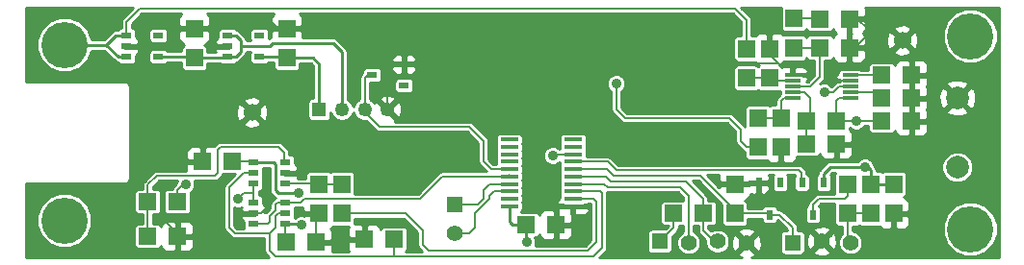
<source format=gbl>
G04 #@! TF.FileFunction,Copper,L2,Bot,Signal*
%FSLAX46Y46*%
G04 Gerber Fmt 4.6, Leading zero omitted, Abs format (unit mm)*
G04 Created by KiCad (PCBNEW (after 2015-mar-04 BZR unknown)-product) date Mon 23 Mar 2015 03:07:31 PM CDT*
%MOMM*%
G01*
G04 APERTURE LIST*
%ADD10C,0.150000*%
%ADD11C,1.524000*%
%ADD12R,1.500000X1.600000*%
%ADD13C,2.000000*%
%ADD14R,0.900000X0.600000*%
%ADD15R,1.400000X0.300000*%
%ADD16R,1.600000X0.400000*%
%ADD17R,1.600000X1.500000*%
%ADD18R,0.600000X0.900000*%
%ADD19R,1.250000X1.250000*%
%ADD20C,1.250000*%
%ADD21C,4.064000*%
%ADD22R,1.397000X1.397000*%
%ADD23C,1.397000*%
%ADD24C,0.889000*%
%ADD25C,0.152400*%
%ADD26C,0.254000*%
G04 APERTURE END LIST*
D10*
D11*
X229108000Y-161798000D03*
X171958000Y-168148000D03*
D12*
X228346000Y-174468000D03*
X228346000Y-177068000D03*
D13*
X233934000Y-172974000D03*
X233934000Y-166878000D03*
D14*
X172596000Y-161356000D03*
X169796000Y-162306000D03*
X172596000Y-163256000D03*
X169796000Y-161356000D03*
X169796000Y-163256000D03*
X163706000Y-161356000D03*
X160906000Y-162306000D03*
X163706000Y-163256000D03*
X160906000Y-161356000D03*
X160906000Y-163256000D03*
X174882000Y-176088000D03*
X172082000Y-177038000D03*
X174882000Y-177988000D03*
X172082000Y-176088000D03*
X172082000Y-177988000D03*
X174882000Y-177038000D03*
D15*
X224521000Y-166862000D03*
X224521000Y-166362000D03*
X224521000Y-165862000D03*
X224521000Y-165362000D03*
X224521000Y-164862000D03*
X219471000Y-164862000D03*
X219471000Y-165362000D03*
X219471000Y-165862000D03*
X219471000Y-166362000D03*
X219471000Y-166862000D03*
D16*
X194558000Y-176407000D03*
X194558000Y-175757000D03*
X194558000Y-175107000D03*
X194558000Y-174457000D03*
X194558000Y-173807000D03*
X194558000Y-173157000D03*
X194558000Y-172507000D03*
X194558000Y-171857000D03*
X194558000Y-171207000D03*
X194558000Y-170557000D03*
X200158000Y-170557000D03*
X200158000Y-171207000D03*
X200158000Y-171857000D03*
X200158000Y-172507000D03*
X200158000Y-173157000D03*
X200158000Y-173807000D03*
X200158000Y-174457000D03*
X200158000Y-175107000D03*
X200158000Y-175757000D03*
X200158000Y-176407000D03*
D14*
X172082000Y-174432000D03*
X174882000Y-173482000D03*
X172082000Y-172532000D03*
X174882000Y-174432000D03*
X174882000Y-172532000D03*
X172082000Y-173482000D03*
D17*
X209012000Y-177038000D03*
X211612000Y-177038000D03*
X181834000Y-179324000D03*
X184434000Y-179324000D03*
D12*
X216408000Y-171226000D03*
X216408000Y-168626000D03*
D17*
X227300000Y-164846000D03*
X229900000Y-164846000D03*
D12*
X215392000Y-165130000D03*
X215392000Y-162530000D03*
D17*
X220696000Y-170942000D03*
X223296000Y-170942000D03*
X223296000Y-168910000D03*
X220696000Y-168910000D03*
D12*
X217424000Y-165130000D03*
X217424000Y-162530000D03*
D17*
X162784000Y-176022000D03*
X165384000Y-176022000D03*
X221839000Y-159893000D03*
X224439000Y-159893000D03*
D12*
X226314000Y-174468000D03*
X226314000Y-177068000D03*
X224282000Y-174468000D03*
X224282000Y-177068000D03*
X214376000Y-177068000D03*
X214376000Y-174468000D03*
X179832000Y-177068000D03*
X179832000Y-174468000D03*
D17*
X162784000Y-179070000D03*
X165384000Y-179070000D03*
D18*
X221234000Y-177168000D03*
X222184000Y-174368000D03*
X220284000Y-174368000D03*
D19*
X177848000Y-167894000D03*
D20*
X179848000Y-167894000D03*
X181848000Y-167894000D03*
X183848000Y-167894000D03*
D14*
X182496000Y-164846000D03*
X185296000Y-165796000D03*
X185296000Y-163896000D03*
D18*
X217424000Y-177168000D03*
X218374000Y-174368000D03*
X216474000Y-174368000D03*
D12*
X175006000Y-163352000D03*
X175006000Y-160752000D03*
X166878000Y-163352000D03*
X166878000Y-160752000D03*
X218440000Y-168626000D03*
X218440000Y-171226000D03*
D17*
X227300000Y-166878000D03*
X229900000Y-166878000D03*
X174976000Y-179578000D03*
X177576000Y-179578000D03*
D12*
X219583000Y-159863000D03*
X219583000Y-162463000D03*
D17*
X224439000Y-162433000D03*
X221839000Y-162433000D03*
X227300000Y-168910000D03*
X229900000Y-168910000D03*
X170210000Y-172466000D03*
X167610000Y-172466000D03*
D12*
X177800000Y-174468000D03*
X177800000Y-177068000D03*
D17*
X196058000Y-178054000D03*
X198658000Y-178054000D03*
D21*
X155448000Y-177673000D03*
X155448000Y-162179000D03*
X235077000Y-161417000D03*
X235077000Y-178435000D03*
D22*
X189738000Y-176276000D03*
D23*
X189738000Y-178816000D03*
X210312000Y-179638960D03*
X212852000Y-179517040D03*
D22*
X207772000Y-179517040D03*
D23*
X215392000Y-179638960D03*
D22*
X219456000Y-179638960D03*
D23*
X221996000Y-179517040D03*
X224536000Y-179638960D03*
D24*
X179578000Y-179832000D03*
X173482000Y-175768000D03*
X217424000Y-175768000D03*
X207518000Y-166116000D03*
X207518000Y-167640000D03*
X209042000Y-167640000D03*
X209042000Y-166116000D03*
X210566000Y-166116000D03*
X210566000Y-167640000D03*
X212090000Y-167640000D03*
X212090000Y-166116000D03*
X213614000Y-166116000D03*
X213614000Y-167640000D03*
X211328000Y-161544000D03*
X212852000Y-161544000D03*
X212852000Y-163068000D03*
X212852000Y-164592000D03*
X211328000Y-164592000D03*
X211328000Y-163068000D03*
X162306000Y-162306000D03*
X168656000Y-160020000D03*
X226060000Y-161290000D03*
X223012000Y-165354000D03*
X225552000Y-170942000D03*
X164084000Y-177546000D03*
X196088000Y-179578000D03*
X176022000Y-175260000D03*
X176276000Y-178054000D03*
X225044000Y-168910000D03*
X225806000Y-172974000D03*
X170688000Y-175768000D03*
X166116000Y-174498000D03*
X203962000Y-165608000D03*
X222250000Y-166370000D03*
X198374000Y-171958000D03*
D25*
X214376000Y-177068000D02*
X217324000Y-177068000D01*
X214376000Y-177068000D02*
X214660000Y-177068000D01*
X217324000Y-177068000D02*
X217424000Y-177168000D01*
X218316000Y-177168000D02*
X219456000Y-178308000D01*
X219456000Y-178308000D02*
X219456000Y-179638960D01*
X217424000Y-177168000D02*
X218316000Y-177168000D01*
X211328000Y-173736000D02*
X203708000Y-173736000D01*
X203708000Y-173736000D02*
X203129000Y-173157000D01*
X203129000Y-173157000D02*
X200158000Y-173157000D01*
X214376000Y-176784000D02*
X211328000Y-173736000D01*
X214376000Y-177068000D02*
X214376000Y-176784000D01*
X177576000Y-179578000D02*
X179324000Y-179578000D01*
X179324000Y-179578000D02*
X179578000Y-179832000D01*
X172082000Y-177038000D02*
X172720000Y-177038000D01*
X172720000Y-177038000D02*
X173482000Y-176276000D01*
X173482000Y-176276000D02*
X173482000Y-175768000D01*
X216474000Y-175072000D02*
X216474000Y-174368000D01*
X217170000Y-175768000D02*
X217424000Y-175768000D01*
X216474000Y-175072000D02*
X217170000Y-175768000D01*
X218186000Y-163830000D02*
X213614000Y-163830000D01*
X213614000Y-163830000D02*
X212852000Y-163068000D01*
D26*
X160906000Y-162306000D02*
X162306000Y-162306000D01*
X167924000Y-160752000D02*
X168656000Y-160020000D01*
X168910000Y-162306000D02*
X169796000Y-162306000D01*
X168656000Y-162052000D02*
X168656000Y-160020000D01*
X168910000Y-162306000D02*
X168656000Y-162052000D01*
X166878000Y-160752000D02*
X167924000Y-160752000D01*
X174214000Y-160752000D02*
X173482000Y-160020000D01*
X173482000Y-160020000D02*
X168656000Y-160020000D01*
X175006000Y-160752000D02*
X174214000Y-160752000D01*
D25*
X224917000Y-162433000D02*
X226060000Y-161290000D01*
X224439000Y-162433000D02*
X224917000Y-162433000D01*
X226060000Y-160782000D02*
X226060000Y-161290000D01*
X225171000Y-159893000D02*
X226060000Y-160782000D01*
X224439000Y-159893000D02*
X225171000Y-159893000D01*
X223020000Y-165362000D02*
X223012000Y-165354000D01*
X224521000Y-165362000D02*
X223020000Y-165362000D01*
X229900000Y-164846000D02*
X230632000Y-164846000D01*
X229900000Y-166878000D02*
X230632000Y-166878000D01*
X223296000Y-170942000D02*
X225552000Y-170942000D01*
X218440000Y-171226000D02*
X218440000Y-171958000D01*
X219471000Y-164353000D02*
X219471000Y-164862000D01*
X219202000Y-164084000D02*
X219471000Y-164353000D01*
X218440000Y-164084000D02*
X219202000Y-164084000D01*
X217424000Y-163068000D02*
X218186000Y-163830000D01*
X218186000Y-163830000D02*
X218440000Y-164084000D01*
X217424000Y-162530000D02*
X217424000Y-163068000D01*
X220964000Y-164862000D02*
X220980000Y-164846000D01*
X219471000Y-164862000D02*
X220964000Y-164862000D01*
X220980000Y-164846000D02*
X220964000Y-164862000D01*
X183848000Y-164640000D02*
X184592000Y-163896000D01*
X184592000Y-163896000D02*
X185296000Y-163896000D01*
X183848000Y-167894000D02*
X183848000Y-164640000D01*
X165384000Y-179070000D02*
X165384000Y-178846000D01*
X165384000Y-178846000D02*
X164084000Y-177546000D01*
X229900000Y-168910000D02*
X229900000Y-166878000D01*
X229900000Y-166878000D02*
X229900000Y-164846000D01*
X215038000Y-175130000D02*
X214376000Y-174468000D01*
X216374000Y-174468000D02*
X216474000Y-174368000D01*
X214376000Y-174468000D02*
X216374000Y-174468000D01*
X177576000Y-177292000D02*
X177800000Y-177068000D01*
X177576000Y-178308000D02*
X177576000Y-177292000D01*
X177576000Y-179578000D02*
X177576000Y-178308000D01*
X200158000Y-177794000D02*
X199898000Y-178054000D01*
X199898000Y-178054000D02*
X198658000Y-178054000D01*
X200158000Y-177800000D02*
X200158000Y-177794000D01*
X200158000Y-176407000D02*
X200158000Y-177800000D01*
D26*
X196088000Y-179578000D02*
X196058000Y-179548000D01*
X176022000Y-175260000D02*
X174244000Y-175260000D01*
X173802000Y-172532000D02*
X172082000Y-172532000D01*
X173990000Y-172720000D02*
X173802000Y-172532000D01*
X173990000Y-175006000D02*
X173990000Y-172720000D01*
X174244000Y-175260000D02*
X173990000Y-175006000D01*
X176210000Y-177988000D02*
X174882000Y-177988000D01*
X176276000Y-178054000D02*
X176210000Y-177988000D01*
X196058000Y-178054000D02*
X196058000Y-179548000D01*
X196058000Y-179548000D02*
X196088000Y-179578000D01*
X196058000Y-178054000D02*
X194818000Y-178054000D01*
X194558000Y-177794000D02*
X194558000Y-176407000D01*
X194818000Y-178054000D02*
X194558000Y-177794000D01*
X175006000Y-163352000D02*
X177322000Y-163352000D01*
X177848000Y-163878000D02*
X177848000Y-167894000D01*
X177322000Y-163352000D02*
X177848000Y-163878000D01*
D25*
X174882000Y-177988000D02*
X174882000Y-179484000D01*
X174882000Y-179484000D02*
X174976000Y-179578000D01*
D26*
X174782000Y-178088000D02*
X174882000Y-177988000D01*
X174910000Y-163256000D02*
X175006000Y-163352000D01*
X172596000Y-163256000D02*
X174910000Y-163256000D01*
D25*
X209012000Y-178338000D02*
X209012000Y-177038000D01*
X207832960Y-179517040D02*
X209012000Y-178338000D01*
X207772000Y-179517040D02*
X207832960Y-179517040D01*
X172016000Y-172466000D02*
X172082000Y-172532000D01*
X170210000Y-172466000D02*
X172016000Y-172466000D01*
X177764000Y-174432000D02*
X177800000Y-174468000D01*
X174882000Y-174432000D02*
X177764000Y-174432000D01*
X177800000Y-174468000D02*
X179832000Y-174468000D01*
X223536000Y-166862000D02*
X223296000Y-167102000D01*
X223296000Y-167102000D02*
X223296000Y-168910000D01*
X224521000Y-166862000D02*
X223536000Y-166862000D01*
X223296000Y-168910000D02*
X225044000Y-168910000D01*
X225044000Y-168910000D02*
X227300000Y-168910000D01*
D26*
X219613000Y-162433000D02*
X219583000Y-162463000D01*
D25*
X220980000Y-165862000D02*
X221839000Y-165003000D01*
X221839000Y-165003000D02*
X221839000Y-162433000D01*
X219471000Y-165862000D02*
X220980000Y-165862000D01*
X221809000Y-162463000D02*
X221839000Y-162433000D01*
X219583000Y-162463000D02*
X221809000Y-162463000D01*
D26*
X221809000Y-159863000D02*
X221839000Y-159893000D01*
D25*
X221809000Y-159863000D02*
X221839000Y-159893000D01*
X219583000Y-159863000D02*
X221809000Y-159863000D01*
X226784000Y-166362000D02*
X227300000Y-166878000D01*
X224521000Y-166362000D02*
X226784000Y-166362000D01*
X218710000Y-166862000D02*
X218440000Y-167132000D01*
X218440000Y-167132000D02*
X218440000Y-168626000D01*
X219471000Y-166862000D02*
X218710000Y-166862000D01*
X216408000Y-168626000D02*
X218440000Y-168626000D01*
D26*
X159131000Y-162179000D02*
X155448000Y-162179000D01*
X159954000Y-161356000D02*
X159131000Y-162179000D01*
X160906000Y-161356000D02*
X159954000Y-161356000D01*
X160208000Y-163256000D02*
X159131000Y-162179000D01*
X160906000Y-163256000D02*
X160208000Y-163256000D01*
D25*
X160906000Y-160150000D02*
X162052000Y-159004000D01*
X162052000Y-159004000D02*
X214376000Y-159004000D01*
X214376000Y-159004000D02*
X215392000Y-160020000D01*
X215392000Y-160020000D02*
X215392000Y-162530000D01*
X160906000Y-161356000D02*
X160906000Y-160150000D01*
D26*
X170942000Y-162306000D02*
X173482000Y-162306000D01*
X179848000Y-162830000D02*
X179848000Y-167894000D01*
X179070000Y-162052000D02*
X179848000Y-162830000D01*
X173736000Y-162052000D02*
X179070000Y-162052000D01*
X173482000Y-162306000D02*
X173736000Y-162052000D01*
X222184000Y-174368000D02*
X222184000Y-173548000D01*
X226314000Y-173228000D02*
X226314000Y-174468000D01*
X226060000Y-172974000D02*
X226314000Y-173228000D01*
X222758000Y-172974000D02*
X225806000Y-172974000D01*
X225806000Y-172974000D02*
X226060000Y-172974000D01*
X222184000Y-173548000D02*
X222758000Y-172974000D01*
X226314000Y-174468000D02*
X228346000Y-174468000D01*
X166782000Y-163256000D02*
X166878000Y-163352000D01*
X163706000Y-163256000D02*
X166782000Y-163256000D01*
X169700000Y-163352000D02*
X169796000Y-163256000D01*
X168402000Y-163352000D02*
X169700000Y-163352000D01*
X166878000Y-163352000D02*
X168402000Y-163352000D01*
X170500000Y-163256000D02*
X170942000Y-162814000D01*
X170942000Y-162814000D02*
X170942000Y-162306000D01*
X170942000Y-162306000D02*
X170942000Y-161798000D01*
X170942000Y-161798000D02*
X170500000Y-161356000D01*
X170500000Y-161356000D02*
X169796000Y-161356000D01*
X169796000Y-163256000D02*
X170500000Y-163256000D01*
D25*
X182610000Y-164960000D02*
X182496000Y-164846000D01*
X182118000Y-164846000D02*
X182496000Y-164846000D01*
X181848000Y-165116000D02*
X182118000Y-164846000D01*
X181848000Y-167894000D02*
X181848000Y-165116000D01*
X183134000Y-169418000D02*
X191008000Y-169418000D01*
X191008000Y-169418000D02*
X192278000Y-170688000D01*
X192278000Y-170688000D02*
X192278000Y-172466000D01*
X192278000Y-172466000D02*
X192969000Y-173157000D01*
X192969000Y-173157000D02*
X194558000Y-173157000D01*
X181848000Y-168132000D02*
X183134000Y-169418000D01*
X181848000Y-167894000D02*
X181848000Y-168132000D01*
X191770000Y-176276000D02*
X192278000Y-175768000D01*
X192278000Y-175768000D02*
X192278000Y-175006000D01*
X192278000Y-175006000D02*
X192827000Y-174457000D01*
X192827000Y-174457000D02*
X194558000Y-174457000D01*
X189738000Y-176276000D02*
X191770000Y-176276000D01*
X191008000Y-178816000D02*
X191516000Y-178308000D01*
X191516000Y-178308000D02*
X191516000Y-177038000D01*
X191516000Y-177038000D02*
X192786000Y-175768000D01*
X192786000Y-175768000D02*
X192786000Y-175514000D01*
X192786000Y-175514000D02*
X193193000Y-175107000D01*
X193193000Y-175107000D02*
X194558000Y-175107000D01*
X189738000Y-178816000D02*
X191008000Y-178816000D01*
X210312000Y-175514000D02*
X209550000Y-174752000D01*
X209550000Y-174752000D02*
X203200000Y-174752000D01*
X203200000Y-174752000D02*
X202905000Y-174457000D01*
X202905000Y-174457000D02*
X200158000Y-174457000D01*
X210312000Y-179638960D02*
X210312000Y-175514000D01*
X211612000Y-178592000D02*
X211612000Y-177038000D01*
X212537040Y-179517040D02*
X211612000Y-178592000D01*
X212852000Y-179517040D02*
X212537040Y-179517040D01*
X211612000Y-175798000D02*
X210058000Y-174244000D01*
X210058000Y-174244000D02*
X203454000Y-174244000D01*
X203454000Y-174244000D02*
X203017000Y-173807000D01*
X203017000Y-173807000D02*
X200158000Y-173807000D01*
X211612000Y-177038000D02*
X211612000Y-175798000D01*
X221234000Y-176276000D02*
X221742000Y-175768000D01*
X221742000Y-175768000D02*
X224028000Y-175768000D01*
X224028000Y-175768000D02*
X224282000Y-175514000D01*
X224282000Y-175514000D02*
X224282000Y-174468000D01*
X221234000Y-177168000D02*
X221234000Y-176276000D01*
X220218000Y-174302000D02*
X220284000Y-174368000D01*
X203962000Y-173228000D02*
X203241000Y-172507000D01*
X203241000Y-172507000D02*
X200158000Y-172507000D01*
X213106000Y-173228000D02*
X219964000Y-173228000D01*
X219964000Y-173228000D02*
X220218000Y-173482000D01*
X220218000Y-174302000D02*
X220218000Y-173482000D01*
X213106000Y-173228000D02*
X203962000Y-173228000D01*
X172082000Y-175260000D02*
X172082000Y-176088000D01*
X172082000Y-174432000D02*
X172082000Y-175260000D01*
X171196000Y-175260000D02*
X170688000Y-175768000D01*
X172082000Y-175260000D02*
X171196000Y-175260000D01*
X165384000Y-174976000D02*
X165862000Y-174498000D01*
X165862000Y-174498000D02*
X166116000Y-174498000D01*
X165384000Y-176022000D02*
X165384000Y-174976000D01*
X203962000Y-165608000D02*
X203962000Y-167894000D01*
X203962000Y-167894000D02*
X204724000Y-168656000D01*
X204724000Y-168656000D02*
X213868000Y-168656000D01*
X213868000Y-168656000D02*
X214884000Y-169672000D01*
X214884000Y-169672000D02*
X214884000Y-170688000D01*
X214884000Y-170688000D02*
X215422000Y-171226000D01*
X215422000Y-171226000D02*
X216408000Y-171226000D01*
X222250000Y-166370000D02*
X223012000Y-166370000D01*
X223012000Y-166370000D02*
X223520000Y-165862000D01*
X223520000Y-165862000D02*
X224521000Y-165862000D01*
X162784000Y-176022000D02*
X162784000Y-179070000D01*
X174752000Y-172402000D02*
X174882000Y-172532000D01*
X162784000Y-174528000D02*
X163576000Y-173736000D01*
X163576000Y-173736000D02*
X168656000Y-173736000D01*
X168656000Y-173736000D02*
X168910000Y-173482000D01*
X168910000Y-173482000D02*
X168910000Y-171450000D01*
X168910000Y-171450000D02*
X169164000Y-171196000D01*
X169164000Y-171196000D02*
X174244000Y-171196000D01*
X174244000Y-171196000D02*
X174752000Y-171704000D01*
X174752000Y-171704000D02*
X174752000Y-172402000D01*
X162784000Y-176022000D02*
X162784000Y-174528000D01*
X201422000Y-180340000D02*
X202184000Y-179578000D01*
X202184000Y-179578000D02*
X202184000Y-176022000D01*
X202184000Y-176022000D02*
X201919000Y-175757000D01*
X201919000Y-175757000D02*
X200158000Y-175757000D01*
X179832000Y-177068000D02*
X185450000Y-177068000D01*
X187452000Y-180340000D02*
X191770000Y-180340000D01*
X186944000Y-179832000D02*
X187452000Y-180340000D01*
X186944000Y-178562000D02*
X186944000Y-179832000D01*
X185450000Y-177068000D02*
X186944000Y-178562000D01*
X191770000Y-180340000D02*
X201422000Y-180340000D01*
X224282000Y-179384960D02*
X224536000Y-179638960D01*
X224282000Y-177068000D02*
X224282000Y-179384960D01*
X226314000Y-177068000D02*
X224282000Y-177068000D01*
X217424000Y-165130000D02*
X215392000Y-165130000D01*
X217656000Y-165362000D02*
X217424000Y-165130000D01*
X219471000Y-165362000D02*
X217656000Y-165362000D01*
X220980000Y-168626000D02*
X220696000Y-168910000D01*
X220464000Y-166362000D02*
X220980000Y-166878000D01*
X220980000Y-166878000D02*
X220980000Y-168626000D01*
X219471000Y-166362000D02*
X220464000Y-166362000D01*
X220696000Y-168910000D02*
X220696000Y-170942000D01*
X227284000Y-164862000D02*
X227300000Y-164846000D01*
X224521000Y-164862000D02*
X227284000Y-164862000D01*
X176530000Y-180848000D02*
X173990000Y-180848000D01*
X173482000Y-180340000D02*
X173482000Y-178816000D01*
X173990000Y-180848000D02*
X173482000Y-180340000D01*
X173482000Y-178816000D02*
X173990000Y-178308000D01*
X174244000Y-177038000D02*
X174882000Y-177038000D01*
X173990000Y-177292000D02*
X174244000Y-177038000D01*
X173990000Y-178308000D02*
X173990000Y-177292000D01*
X172082000Y-173482000D02*
X171196000Y-173482000D01*
X172974000Y-178816000D02*
X173482000Y-178816000D01*
X171196000Y-173482000D02*
X169926000Y-174752000D01*
X169926000Y-174752000D02*
X169926000Y-178308000D01*
X169926000Y-178308000D02*
X170434000Y-178816000D01*
X170434000Y-178816000D02*
X172974000Y-178816000D01*
X201930000Y-180848000D02*
X202692000Y-180086000D01*
X202692000Y-180086000D02*
X202692000Y-175260000D01*
X202692000Y-175260000D02*
X202539000Y-175107000D01*
X202539000Y-175107000D02*
X200158000Y-175107000D01*
X184404000Y-180848000D02*
X201422000Y-180848000D01*
X176530000Y-180848000D02*
X184404000Y-180848000D01*
X201422000Y-180848000D02*
X201930000Y-180848000D01*
X184434000Y-180848000D02*
X184404000Y-180848000D01*
X184434000Y-179324000D02*
X184434000Y-180848000D01*
X194457000Y-173736000D02*
X194558000Y-173635000D01*
X173294000Y-177988000D02*
X173482000Y-177800000D01*
X173482000Y-177800000D02*
X173482000Y-177292000D01*
X173482000Y-177292000D02*
X173990000Y-176784000D01*
X173990000Y-176784000D02*
X173990000Y-176276000D01*
X173990000Y-176276000D02*
X174178000Y-176088000D01*
X174178000Y-176088000D02*
X174882000Y-176088000D01*
X172082000Y-177988000D02*
X173294000Y-177988000D01*
X186690000Y-175768000D02*
X188651000Y-173807000D01*
X188651000Y-173807000D02*
X194558000Y-173807000D01*
X174882000Y-176088000D02*
X176210000Y-176088000D01*
X176530000Y-175768000D02*
X180848000Y-175768000D01*
X176210000Y-176088000D02*
X176530000Y-175768000D01*
X180848000Y-175768000D02*
X186690000Y-175768000D01*
X198475000Y-171857000D02*
X200158000Y-171857000D01*
X198374000Y-171958000D02*
X198475000Y-171857000D01*
D26*
G36*
X172229000Y-177165000D02*
X172209000Y-177165000D01*
X172209000Y-177185000D01*
X171955000Y-177185000D01*
X171955000Y-177165000D01*
X171155750Y-177165000D01*
X170997000Y-177323750D01*
X170997000Y-177464309D01*
X171093673Y-177697698D01*
X171243536Y-177847561D01*
X171243536Y-178288000D01*
X171257272Y-178358800D01*
X170623378Y-178358800D01*
X170383200Y-178118621D01*
X170383200Y-176535274D01*
X170523077Y-176593357D01*
X170851482Y-176593643D01*
X171036067Y-176517374D01*
X170997000Y-176611691D01*
X170997000Y-176752250D01*
X171155750Y-176911000D01*
X171955000Y-176911000D01*
X171955000Y-176891000D01*
X172209000Y-176891000D01*
X172209000Y-176911000D01*
X172229000Y-176911000D01*
X172229000Y-177165000D01*
X172229000Y-177165000D01*
G37*
X172229000Y-177165000D02*
X172209000Y-177165000D01*
X172209000Y-177185000D01*
X171955000Y-177185000D01*
X171955000Y-177165000D01*
X171155750Y-177165000D01*
X170997000Y-177323750D01*
X170997000Y-177464309D01*
X171093673Y-177697698D01*
X171243536Y-177847561D01*
X171243536Y-178288000D01*
X171257272Y-178358800D01*
X170623378Y-178358800D01*
X170383200Y-178118621D01*
X170383200Y-176535274D01*
X170523077Y-176593357D01*
X170851482Y-176593643D01*
X171036067Y-176517374D01*
X170997000Y-176611691D01*
X170997000Y-176752250D01*
X171155750Y-176911000D01*
X171955000Y-176911000D01*
X171955000Y-176891000D01*
X172209000Y-176891000D01*
X172209000Y-176911000D01*
X172229000Y-176911000D01*
X172229000Y-177165000D01*
G36*
X173978628Y-175681911D02*
X173854711Y-175764711D01*
X173666711Y-175952711D01*
X173567602Y-176101037D01*
X173532800Y-176276000D01*
X173532800Y-176594621D01*
X173167000Y-176960421D01*
X173167000Y-176910998D01*
X173008252Y-176910998D01*
X173167000Y-176752250D01*
X173167000Y-176611691D01*
X173070327Y-176378302D01*
X172920464Y-176228438D01*
X172920464Y-175788000D01*
X172892278Y-175642726D01*
X172808404Y-175515044D01*
X172681784Y-175429574D01*
X172539200Y-175400979D01*
X172539200Y-175260000D01*
X172539200Y-175119067D01*
X172677274Y-175092278D01*
X172804956Y-175008404D01*
X172890426Y-174881784D01*
X172920464Y-174732000D01*
X172920464Y-174132000D01*
X172892278Y-173986726D01*
X172873073Y-173957490D01*
X172890426Y-173931784D01*
X172920464Y-173782000D01*
X172920464Y-173182000D01*
X172892913Y-173040000D01*
X173482000Y-173040000D01*
X173482000Y-175006000D01*
X173520669Y-175200403D01*
X173630790Y-175365210D01*
X173884790Y-175619210D01*
X173978628Y-175681911D01*
X173978628Y-175681911D01*
G37*
X173978628Y-175681911D02*
X173854711Y-175764711D01*
X173666711Y-175952711D01*
X173567602Y-176101037D01*
X173532800Y-176276000D01*
X173532800Y-176594621D01*
X173167000Y-176960421D01*
X173167000Y-176910998D01*
X173008252Y-176910998D01*
X173167000Y-176752250D01*
X173167000Y-176611691D01*
X173070327Y-176378302D01*
X172920464Y-176228438D01*
X172920464Y-175788000D01*
X172892278Y-175642726D01*
X172808404Y-175515044D01*
X172681784Y-175429574D01*
X172539200Y-175400979D01*
X172539200Y-175260000D01*
X172539200Y-175119067D01*
X172677274Y-175092278D01*
X172804956Y-175008404D01*
X172890426Y-174881784D01*
X172920464Y-174732000D01*
X172920464Y-174132000D01*
X172892278Y-173986726D01*
X172873073Y-173957490D01*
X172890426Y-173931784D01*
X172920464Y-173782000D01*
X172920464Y-173182000D01*
X172892913Y-173040000D01*
X173482000Y-173040000D01*
X173482000Y-175006000D01*
X173520669Y-175200403D01*
X173630790Y-175365210D01*
X173884790Y-175619210D01*
X173978628Y-175681911D01*
G36*
X177947000Y-177195000D02*
X177927000Y-177195000D01*
X177927000Y-177215000D01*
X177673000Y-177215000D01*
X177673000Y-177195000D01*
X176573750Y-177195000D01*
X176511005Y-177257744D01*
X176440923Y-177228643D01*
X176112518Y-177228357D01*
X175809002Y-177353767D01*
X175694349Y-177468219D01*
X175720464Y-177338000D01*
X175720464Y-176738000D01*
X175692278Y-176592726D01*
X175673073Y-176563490D01*
X175685420Y-176545200D01*
X176210000Y-176545200D01*
X176384963Y-176510398D01*
X176415000Y-176490327D01*
X176415000Y-176782250D01*
X176573750Y-176941000D01*
X177673000Y-176941000D01*
X177673000Y-176921000D01*
X177927000Y-176921000D01*
X177927000Y-176941000D01*
X177947000Y-176941000D01*
X177947000Y-177195000D01*
X177947000Y-177195000D01*
G37*
X177947000Y-177195000D02*
X177927000Y-177195000D01*
X177927000Y-177215000D01*
X177673000Y-177215000D01*
X177673000Y-177195000D01*
X176573750Y-177195000D01*
X176511005Y-177257744D01*
X176440923Y-177228643D01*
X176112518Y-177228357D01*
X175809002Y-177353767D01*
X175694349Y-177468219D01*
X175720464Y-177338000D01*
X175720464Y-176738000D01*
X175692278Y-176592726D01*
X175673073Y-176563490D01*
X175685420Y-176545200D01*
X176210000Y-176545200D01*
X176384963Y-176510398D01*
X176415000Y-176490327D01*
X176415000Y-176782250D01*
X176573750Y-176941000D01*
X177673000Y-176941000D01*
X177673000Y-176921000D01*
X177927000Y-176921000D01*
X177927000Y-176941000D01*
X177947000Y-176941000D01*
X177947000Y-177195000D01*
G36*
X186856221Y-180390800D02*
X185445460Y-180390800D01*
X185506956Y-180350404D01*
X185592426Y-180223784D01*
X185622464Y-180074000D01*
X185622464Y-178574000D01*
X185594278Y-178428726D01*
X185510404Y-178301044D01*
X185383784Y-178215574D01*
X185234000Y-178185536D01*
X183634000Y-178185536D01*
X183488726Y-178213722D01*
X183361044Y-178297596D01*
X183275574Y-178424216D01*
X183269000Y-178456997D01*
X183269000Y-178447691D01*
X183172327Y-178214302D01*
X182993699Y-178035673D01*
X182760310Y-177939000D01*
X182507691Y-177939000D01*
X182119750Y-177939000D01*
X181961000Y-178097750D01*
X181961000Y-179197000D01*
X181981000Y-179197000D01*
X181981000Y-179451000D01*
X181961000Y-179451000D01*
X181961000Y-179471000D01*
X181707000Y-179471000D01*
X181707000Y-179451000D01*
X180557750Y-179451000D01*
X180399000Y-179609750D01*
X180399000Y-180200309D01*
X180477904Y-180390800D01*
X179011000Y-180390800D01*
X179011000Y-179863750D01*
X178852250Y-179705000D01*
X177703000Y-179705000D01*
X177703000Y-179725000D01*
X177449000Y-179725000D01*
X177449000Y-179705000D01*
X177429000Y-179705000D01*
X177429000Y-179451000D01*
X177449000Y-179451000D01*
X177449000Y-179431000D01*
X177703000Y-179431000D01*
X177703000Y-179451000D01*
X178852250Y-179451000D01*
X179011000Y-179292250D01*
X179011000Y-178701691D01*
X178914327Y-178468302D01*
X178869148Y-178423123D01*
X178909698Y-178406327D01*
X179063309Y-178252715D01*
X179082000Y-178256464D01*
X180478208Y-178256464D01*
X180399000Y-178447691D01*
X180399000Y-179038250D01*
X180557750Y-179197000D01*
X181707000Y-179197000D01*
X181707000Y-178097750D01*
X181548250Y-177939000D01*
X181160309Y-177939000D01*
X180956225Y-177939000D01*
X180970464Y-177868000D01*
X180970464Y-177525200D01*
X185260622Y-177525200D01*
X186486800Y-178751378D01*
X186486800Y-179832000D01*
X186521602Y-180006963D01*
X186620711Y-180155289D01*
X186856221Y-180390800D01*
X186856221Y-180390800D01*
G37*
X186856221Y-180390800D02*
X185445460Y-180390800D01*
X185506956Y-180350404D01*
X185592426Y-180223784D01*
X185622464Y-180074000D01*
X185622464Y-178574000D01*
X185594278Y-178428726D01*
X185510404Y-178301044D01*
X185383784Y-178215574D01*
X185234000Y-178185536D01*
X183634000Y-178185536D01*
X183488726Y-178213722D01*
X183361044Y-178297596D01*
X183275574Y-178424216D01*
X183269000Y-178456997D01*
X183269000Y-178447691D01*
X183172327Y-178214302D01*
X182993699Y-178035673D01*
X182760310Y-177939000D01*
X182507691Y-177939000D01*
X182119750Y-177939000D01*
X181961000Y-178097750D01*
X181961000Y-179197000D01*
X181981000Y-179197000D01*
X181981000Y-179451000D01*
X181961000Y-179451000D01*
X181961000Y-179471000D01*
X181707000Y-179471000D01*
X181707000Y-179451000D01*
X180557750Y-179451000D01*
X180399000Y-179609750D01*
X180399000Y-180200309D01*
X180477904Y-180390800D01*
X179011000Y-180390800D01*
X179011000Y-179863750D01*
X178852250Y-179705000D01*
X177703000Y-179705000D01*
X177703000Y-179725000D01*
X177449000Y-179725000D01*
X177449000Y-179705000D01*
X177429000Y-179705000D01*
X177429000Y-179451000D01*
X177449000Y-179451000D01*
X177449000Y-179431000D01*
X177703000Y-179431000D01*
X177703000Y-179451000D01*
X178852250Y-179451000D01*
X179011000Y-179292250D01*
X179011000Y-178701691D01*
X178914327Y-178468302D01*
X178869148Y-178423123D01*
X178909698Y-178406327D01*
X179063309Y-178252715D01*
X179082000Y-178256464D01*
X180478208Y-178256464D01*
X180399000Y-178447691D01*
X180399000Y-179038250D01*
X180557750Y-179197000D01*
X181707000Y-179197000D01*
X181707000Y-178097750D01*
X181548250Y-177939000D01*
X181160309Y-177939000D01*
X180956225Y-177939000D01*
X180970464Y-177868000D01*
X180970464Y-177525200D01*
X185260622Y-177525200D01*
X186486800Y-178751378D01*
X186486800Y-179832000D01*
X186521602Y-180006963D01*
X186620711Y-180155289D01*
X186856221Y-180390800D01*
G36*
X221381800Y-164813621D02*
X220790621Y-165404800D01*
X220676225Y-165404800D01*
X220709327Y-165371698D01*
X220806000Y-165138309D01*
X220806000Y-165095750D01*
X220806000Y-164628250D01*
X220806000Y-164585691D01*
X220709327Y-164352302D01*
X220530699Y-164173673D01*
X220297310Y-164077000D01*
X220044691Y-164077000D01*
X219756750Y-164077000D01*
X219598000Y-164235750D01*
X219598000Y-164787000D01*
X220647250Y-164787000D01*
X220806000Y-164628250D01*
X220806000Y-165095750D01*
X220647250Y-164937000D01*
X220444375Y-164937000D01*
X220320784Y-164853574D01*
X220171000Y-164823536D01*
X219324000Y-164823536D01*
X219324000Y-164787000D01*
X219344000Y-164787000D01*
X219344000Y-164235750D01*
X219185250Y-164077000D01*
X218897309Y-164077000D01*
X218644690Y-164077000D01*
X218502266Y-164135993D01*
X218450404Y-164057044D01*
X218323784Y-163971574D01*
X218291002Y-163965000D01*
X218300309Y-163965000D01*
X218533698Y-163868327D01*
X218712327Y-163689699D01*
X218736204Y-163632052D01*
X218833000Y-163651464D01*
X220333000Y-163651464D01*
X220478274Y-163623278D01*
X220605956Y-163539404D01*
X220691426Y-163412784D01*
X220701438Y-163362855D01*
X220762596Y-163455956D01*
X220889216Y-163541426D01*
X221039000Y-163571464D01*
X221381800Y-163571464D01*
X221381800Y-164813621D01*
X221381800Y-164813621D01*
G37*
X221381800Y-164813621D02*
X220790621Y-165404800D01*
X220676225Y-165404800D01*
X220709327Y-165371698D01*
X220806000Y-165138309D01*
X220806000Y-165095750D01*
X220806000Y-164628250D01*
X220806000Y-164585691D01*
X220709327Y-164352302D01*
X220530699Y-164173673D01*
X220297310Y-164077000D01*
X220044691Y-164077000D01*
X219756750Y-164077000D01*
X219598000Y-164235750D01*
X219598000Y-164787000D01*
X220647250Y-164787000D01*
X220806000Y-164628250D01*
X220806000Y-165095750D01*
X220647250Y-164937000D01*
X220444375Y-164937000D01*
X220320784Y-164853574D01*
X220171000Y-164823536D01*
X219324000Y-164823536D01*
X219324000Y-164787000D01*
X219344000Y-164787000D01*
X219344000Y-164235750D01*
X219185250Y-164077000D01*
X218897309Y-164077000D01*
X218644690Y-164077000D01*
X218502266Y-164135993D01*
X218450404Y-164057044D01*
X218323784Y-163971574D01*
X218291002Y-163965000D01*
X218300309Y-163965000D01*
X218533698Y-163868327D01*
X218712327Y-163689699D01*
X218736204Y-163632052D01*
X218833000Y-163651464D01*
X220333000Y-163651464D01*
X220478274Y-163623278D01*
X220605956Y-163539404D01*
X220691426Y-163412784D01*
X220701438Y-163362855D01*
X220762596Y-163455956D01*
X220889216Y-163541426D01*
X221039000Y-163571464D01*
X221381800Y-163571464D01*
X221381800Y-164813621D01*
G36*
X223260974Y-161163000D02*
X223100673Y-161323302D01*
X223004000Y-161556691D01*
X223004000Y-161562063D01*
X222999278Y-161537726D01*
X222915404Y-161410044D01*
X222788784Y-161324574D01*
X222639000Y-161294536D01*
X221039000Y-161294536D01*
X220893726Y-161322722D01*
X220766044Y-161406596D01*
X220692169Y-161516038D01*
X220609404Y-161390044D01*
X220482784Y-161304574D01*
X220333000Y-161274536D01*
X218833000Y-161274536D01*
X218687726Y-161302722D01*
X218661786Y-161319761D01*
X218533698Y-161191673D01*
X218300309Y-161095000D01*
X217709750Y-161095000D01*
X217551000Y-161253750D01*
X217551000Y-162403000D01*
X217571000Y-162403000D01*
X217571000Y-162657000D01*
X217551000Y-162657000D01*
X217551000Y-162677000D01*
X217297000Y-162677000D01*
X217297000Y-162657000D01*
X217277000Y-162657000D01*
X217277000Y-162403000D01*
X217297000Y-162403000D01*
X217297000Y-161253750D01*
X217138250Y-161095000D01*
X216547691Y-161095000D01*
X216314302Y-161191673D01*
X216160690Y-161345284D01*
X216142000Y-161341536D01*
X215849200Y-161341536D01*
X215849200Y-160020000D01*
X215814398Y-159845037D01*
X215715289Y-159696711D01*
X214945578Y-158927000D01*
X218471809Y-158927000D01*
X218444536Y-159063000D01*
X218444536Y-160663000D01*
X218472722Y-160808274D01*
X218556596Y-160935956D01*
X218683216Y-161021426D01*
X218833000Y-161051464D01*
X220333000Y-161051464D01*
X220478274Y-161023278D01*
X220605956Y-160939404D01*
X220691426Y-160812784D01*
X220692220Y-160808822D01*
X220762596Y-160915956D01*
X220889216Y-161001426D01*
X221039000Y-161031464D01*
X222639000Y-161031464D01*
X222784274Y-161003278D01*
X222911956Y-160919404D01*
X222997426Y-160792784D01*
X223004000Y-160760002D01*
X223004000Y-160769309D01*
X223100673Y-161002698D01*
X223260974Y-161163000D01*
X223260974Y-161163000D01*
G37*
X223260974Y-161163000D02*
X223100673Y-161323302D01*
X223004000Y-161556691D01*
X223004000Y-161562063D01*
X222999278Y-161537726D01*
X222915404Y-161410044D01*
X222788784Y-161324574D01*
X222639000Y-161294536D01*
X221039000Y-161294536D01*
X220893726Y-161322722D01*
X220766044Y-161406596D01*
X220692169Y-161516038D01*
X220609404Y-161390044D01*
X220482784Y-161304574D01*
X220333000Y-161274536D01*
X218833000Y-161274536D01*
X218687726Y-161302722D01*
X218661786Y-161319761D01*
X218533698Y-161191673D01*
X218300309Y-161095000D01*
X217709750Y-161095000D01*
X217551000Y-161253750D01*
X217551000Y-162403000D01*
X217571000Y-162403000D01*
X217571000Y-162657000D01*
X217551000Y-162657000D01*
X217551000Y-162677000D01*
X217297000Y-162677000D01*
X217297000Y-162657000D01*
X217277000Y-162657000D01*
X217277000Y-162403000D01*
X217297000Y-162403000D01*
X217297000Y-161253750D01*
X217138250Y-161095000D01*
X216547691Y-161095000D01*
X216314302Y-161191673D01*
X216160690Y-161345284D01*
X216142000Y-161341536D01*
X215849200Y-161341536D01*
X215849200Y-160020000D01*
X215814398Y-159845037D01*
X215715289Y-159696711D01*
X214945578Y-158927000D01*
X218471809Y-158927000D01*
X218444536Y-159063000D01*
X218444536Y-160663000D01*
X218472722Y-160808274D01*
X218556596Y-160935956D01*
X218683216Y-161021426D01*
X218833000Y-161051464D01*
X220333000Y-161051464D01*
X220478274Y-161023278D01*
X220605956Y-160939404D01*
X220691426Y-160812784D01*
X220692220Y-160808822D01*
X220762596Y-160915956D01*
X220889216Y-161001426D01*
X221039000Y-161031464D01*
X222639000Y-161031464D01*
X222784274Y-161003278D01*
X222911956Y-160919404D01*
X222997426Y-160792784D01*
X223004000Y-160760002D01*
X223004000Y-160769309D01*
X223100673Y-161002698D01*
X223260974Y-161163000D01*
G36*
X237567000Y-180925000D02*
X237490417Y-180925000D01*
X237490417Y-177957130D01*
X237490417Y-160939130D01*
X237123834Y-160051931D01*
X236445639Y-159372551D01*
X235559081Y-159004420D01*
X234599130Y-159003583D01*
X233711931Y-159370166D01*
X233032551Y-160048361D01*
X232664420Y-160934919D01*
X232663583Y-161894870D01*
X233030166Y-162782069D01*
X233708361Y-163461449D01*
X234594919Y-163829580D01*
X235554870Y-163830417D01*
X236442069Y-163463834D01*
X237121449Y-162785639D01*
X237489580Y-161899081D01*
X237490417Y-160939130D01*
X237490417Y-177957130D01*
X237123834Y-177069931D01*
X236445639Y-176390551D01*
X235579908Y-176031068D01*
X235579908Y-167142539D01*
X235555856Y-166492540D01*
X235353387Y-166003736D01*
X235086532Y-165905073D01*
X234906927Y-166084678D01*
X234906927Y-165725468D01*
X234808264Y-165458613D01*
X234198539Y-165232092D01*
X233548540Y-165256144D01*
X233059736Y-165458613D01*
X232961073Y-165725468D01*
X233934000Y-166698395D01*
X234906927Y-165725468D01*
X234906927Y-166084678D01*
X234113605Y-166878000D01*
X235086532Y-167850927D01*
X235353387Y-167752264D01*
X235579908Y-167142539D01*
X235579908Y-176031068D01*
X235559081Y-176022420D01*
X235315239Y-176022207D01*
X235315239Y-172700507D01*
X235105437Y-172192749D01*
X234906927Y-171993891D01*
X234906927Y-168030532D01*
X233934000Y-167057605D01*
X233754395Y-167237210D01*
X233754395Y-166878000D01*
X232781468Y-165905073D01*
X232514613Y-166003736D01*
X232288092Y-166613461D01*
X232312144Y-167263460D01*
X232514613Y-167752264D01*
X232781468Y-167850927D01*
X233754395Y-166878000D01*
X233754395Y-167237210D01*
X232961073Y-168030532D01*
X233059736Y-168297387D01*
X233669461Y-168523908D01*
X234319460Y-168499856D01*
X234808264Y-168297387D01*
X234906927Y-168030532D01*
X234906927Y-171993891D01*
X234717295Y-171803928D01*
X234209903Y-171593241D01*
X233660507Y-171592761D01*
X233152749Y-171802563D01*
X232763928Y-172190705D01*
X232553241Y-172698097D01*
X232552761Y-173247493D01*
X232762563Y-173755251D01*
X233150705Y-174144072D01*
X233658097Y-174354759D01*
X234207493Y-174355239D01*
X234715251Y-174145437D01*
X235104072Y-173757295D01*
X235314759Y-173249903D01*
X235315239Y-172700507D01*
X235315239Y-176022207D01*
X234599130Y-176021583D01*
X233711931Y-176388166D01*
X233032551Y-177066361D01*
X232664420Y-177952919D01*
X232663583Y-178912870D01*
X233030166Y-179800069D01*
X233708361Y-180479449D01*
X234594919Y-180847580D01*
X235554870Y-180848417D01*
X236442069Y-180481834D01*
X237121449Y-179803639D01*
X237489580Y-178917081D01*
X237490417Y-177957130D01*
X237490417Y-180925000D01*
X231335000Y-180925000D01*
X231335000Y-169786309D01*
X231335000Y-169195750D01*
X231335000Y-168624250D01*
X231335000Y-168033691D01*
X231277138Y-167894000D01*
X231335000Y-167754309D01*
X231335000Y-167163750D01*
X231335000Y-166592250D01*
X231335000Y-166001691D01*
X231277138Y-165862000D01*
X231335000Y-165722309D01*
X231335000Y-165131750D01*
X231335000Y-164560250D01*
X231335000Y-163969691D01*
X231238327Y-163736302D01*
X231059699Y-163557673D01*
X230826310Y-163461000D01*
X230573691Y-163461000D01*
X230517144Y-163461000D01*
X230517144Y-162005698D01*
X230489362Y-161450632D01*
X230330397Y-161066857D01*
X230088213Y-160997392D01*
X229908608Y-161176997D01*
X229908608Y-160817787D01*
X229839143Y-160575603D01*
X229315698Y-160388856D01*
X228760632Y-160416638D01*
X228376857Y-160575603D01*
X228307392Y-160817787D01*
X229108000Y-161618395D01*
X229908608Y-160817787D01*
X229908608Y-161176997D01*
X229287605Y-161798000D01*
X230088213Y-162598608D01*
X230330397Y-162529143D01*
X230517144Y-162005698D01*
X230517144Y-163461000D01*
X230185750Y-163461000D01*
X230027000Y-163619750D01*
X230027000Y-164719000D01*
X231176250Y-164719000D01*
X231335000Y-164560250D01*
X231335000Y-165131750D01*
X231176250Y-164973000D01*
X230027000Y-164973000D01*
X230027000Y-165651750D01*
X230027000Y-166072250D01*
X230027000Y-166751000D01*
X231176250Y-166751000D01*
X231335000Y-166592250D01*
X231335000Y-167163750D01*
X231176250Y-167005000D01*
X230027000Y-167005000D01*
X230027000Y-167683750D01*
X230027000Y-168104250D01*
X230027000Y-168783000D01*
X231176250Y-168783000D01*
X231335000Y-168624250D01*
X231335000Y-169195750D01*
X231176250Y-169037000D01*
X230027000Y-169037000D01*
X230027000Y-170136250D01*
X230185750Y-170295000D01*
X230573691Y-170295000D01*
X230826310Y-170295000D01*
X231059699Y-170198327D01*
X231238327Y-170019698D01*
X231335000Y-169786309D01*
X231335000Y-180925000D01*
X229908608Y-180925000D01*
X229908608Y-162778213D01*
X229108000Y-161977605D01*
X228928395Y-162157210D01*
X228928395Y-161798000D01*
X228127787Y-160997392D01*
X227885603Y-161066857D01*
X227698856Y-161590302D01*
X227726638Y-162145368D01*
X227885603Y-162529143D01*
X228127787Y-162598608D01*
X228928395Y-161798000D01*
X228928395Y-162157210D01*
X228307392Y-162778213D01*
X228376857Y-163020397D01*
X228900302Y-163207144D01*
X229455368Y-163179362D01*
X229839143Y-163020397D01*
X229908608Y-162778213D01*
X229908608Y-180925000D01*
X229731000Y-180925000D01*
X229731000Y-177994310D01*
X229731000Y-177741691D01*
X229731000Y-177353750D01*
X229731000Y-176782250D01*
X229731000Y-176394309D01*
X229731000Y-176141690D01*
X229634327Y-175908301D01*
X229455698Y-175729673D01*
X229222309Y-175633000D01*
X229216936Y-175633000D01*
X229241274Y-175628278D01*
X229368956Y-175544404D01*
X229454426Y-175417784D01*
X229484464Y-175268000D01*
X229484464Y-173668000D01*
X229456278Y-173522726D01*
X229372404Y-173395044D01*
X229245784Y-173309574D01*
X229096000Y-173279536D01*
X227596000Y-173279536D01*
X227450726Y-173307722D01*
X227329253Y-173387517D01*
X227213784Y-173309574D01*
X227064000Y-173279536D01*
X226822000Y-173279536D01*
X226822000Y-173228000D01*
X226789746Y-173065849D01*
X226783331Y-173033597D01*
X226783331Y-173033596D01*
X226673210Y-172868790D01*
X226631628Y-172827208D01*
X226631643Y-172810518D01*
X226506233Y-172507002D01*
X226274219Y-172274583D01*
X225970923Y-172148643D01*
X225642518Y-172148357D01*
X225339002Y-172273767D01*
X225146433Y-172466000D01*
X224731000Y-172466000D01*
X224731000Y-171818309D01*
X224731000Y-171227750D01*
X224572250Y-171069000D01*
X223423000Y-171069000D01*
X223423000Y-172168250D01*
X223581750Y-172327000D01*
X223969691Y-172327000D01*
X224222310Y-172327000D01*
X224455699Y-172230327D01*
X224634327Y-172051698D01*
X224731000Y-171818309D01*
X224731000Y-172466000D01*
X222758000Y-172466000D01*
X222563597Y-172504669D01*
X222398790Y-172614789D01*
X221824790Y-173188790D01*
X221714669Y-173353597D01*
X221676000Y-173548000D01*
X221676000Y-173598926D01*
X221611044Y-173641596D01*
X221525574Y-173768216D01*
X221495536Y-173918000D01*
X221495536Y-174818000D01*
X221523722Y-174963274D01*
X221607596Y-175090956D01*
X221734216Y-175176426D01*
X221884000Y-175206464D01*
X222484000Y-175206464D01*
X222629274Y-175178278D01*
X222756956Y-175094404D01*
X222842426Y-174967784D01*
X222872464Y-174818000D01*
X222872464Y-173918000D01*
X222844278Y-173772726D01*
X222778233Y-173672186D01*
X222968420Y-173482000D01*
X223198020Y-173482000D01*
X223173574Y-173518216D01*
X223143536Y-173668000D01*
X223143536Y-175268000D01*
X223151840Y-175310800D01*
X221742000Y-175310800D01*
X221567037Y-175345602D01*
X221418710Y-175444711D01*
X220910711Y-175952711D01*
X220811602Y-176101037D01*
X220776800Y-176276000D01*
X220776800Y-176365556D01*
X220661044Y-176441596D01*
X220575574Y-176568216D01*
X220545536Y-176718000D01*
X220545536Y-177618000D01*
X220573722Y-177763274D01*
X220657596Y-177890956D01*
X220784216Y-177976426D01*
X220934000Y-178006464D01*
X221534000Y-178006464D01*
X221679274Y-177978278D01*
X221806956Y-177894404D01*
X221892426Y-177767784D01*
X221922464Y-177618000D01*
X221922464Y-176718000D01*
X221894278Y-176572726D01*
X221810404Y-176445044D01*
X221751377Y-176405200D01*
X221931378Y-176225200D01*
X223152119Y-176225200D01*
X223143536Y-176268000D01*
X223143536Y-177868000D01*
X223171722Y-178013274D01*
X223255596Y-178140956D01*
X223382216Y-178226426D01*
X223532000Y-178256464D01*
X223824800Y-178256464D01*
X223824800Y-178823606D01*
X223621378Y-179026674D01*
X223456687Y-179423292D01*
X223456313Y-179852744D01*
X223620311Y-180249649D01*
X223923714Y-180553582D01*
X224320332Y-180718273D01*
X224749784Y-180718647D01*
X225146689Y-180554649D01*
X225450622Y-180251246D01*
X225615313Y-179854628D01*
X225615687Y-179425176D01*
X225451689Y-179028271D01*
X225148286Y-178724338D01*
X224751668Y-178559647D01*
X224739200Y-178559636D01*
X224739200Y-178256464D01*
X225032000Y-178256464D01*
X225177274Y-178228278D01*
X225298746Y-178148482D01*
X225414216Y-178226426D01*
X225564000Y-178256464D01*
X227064000Y-178256464D01*
X227082792Y-178252817D01*
X227236302Y-178406327D01*
X227469691Y-178503000D01*
X228060250Y-178503000D01*
X228219000Y-178344250D01*
X228219000Y-177195000D01*
X228199000Y-177195000D01*
X228199000Y-176941000D01*
X228219000Y-176941000D01*
X228219000Y-176921000D01*
X228473000Y-176921000D01*
X228473000Y-176941000D01*
X229572250Y-176941000D01*
X229731000Y-176782250D01*
X229731000Y-177353750D01*
X229572250Y-177195000D01*
X228473000Y-177195000D01*
X228473000Y-178344250D01*
X228631750Y-178503000D01*
X229222309Y-178503000D01*
X229455698Y-178406327D01*
X229634327Y-178227699D01*
X229731000Y-177994310D01*
X229731000Y-180925000D01*
X223341927Y-180925000D01*
X223341927Y-179709560D01*
X223313148Y-179179841D01*
X223165800Y-178824111D01*
X222930188Y-178762457D01*
X222750583Y-178942062D01*
X222750583Y-178582852D01*
X222688929Y-178347240D01*
X222188520Y-178171113D01*
X221658801Y-178199892D01*
X221303071Y-178347240D01*
X221241417Y-178582852D01*
X221996000Y-179337435D01*
X222750583Y-178582852D01*
X222750583Y-178942062D01*
X222175605Y-179517040D01*
X222930188Y-180271623D01*
X223165800Y-180209969D01*
X223341927Y-179709560D01*
X223341927Y-180925000D01*
X222750583Y-180925000D01*
X222750583Y-180451228D01*
X221996000Y-179696645D01*
X221816395Y-179876250D01*
X221816395Y-179517040D01*
X221061812Y-178762457D01*
X220826200Y-178824111D01*
X220650073Y-179324520D01*
X220678852Y-179854239D01*
X220826200Y-180209969D01*
X221061812Y-180271623D01*
X221816395Y-179517040D01*
X221816395Y-179876250D01*
X221241417Y-180451228D01*
X221303071Y-180686840D01*
X221803480Y-180862967D01*
X222333199Y-180834188D01*
X222688929Y-180686840D01*
X222750583Y-180451228D01*
X222750583Y-180925000D01*
X216737927Y-180925000D01*
X216737927Y-179831480D01*
X216709148Y-179301761D01*
X216561800Y-178946031D01*
X216326188Y-178884377D01*
X216146583Y-179063982D01*
X216146583Y-178704772D01*
X216084929Y-178469160D01*
X215584520Y-178293033D01*
X215054801Y-178321812D01*
X214699071Y-178469160D01*
X214637417Y-178704772D01*
X215392000Y-179459355D01*
X216146583Y-178704772D01*
X216146583Y-179063982D01*
X215571605Y-179638960D01*
X216326188Y-180393543D01*
X216561800Y-180331889D01*
X216737927Y-179831480D01*
X216737927Y-180925000D01*
X215804300Y-180925000D01*
X216084929Y-180808760D01*
X216146583Y-180573148D01*
X215392000Y-179818565D01*
X215212395Y-179998170D01*
X215212395Y-179638960D01*
X214457812Y-178884377D01*
X214222200Y-178946031D01*
X214046073Y-179446440D01*
X214074852Y-179976159D01*
X214222200Y-180331889D01*
X214457812Y-180393543D01*
X215212395Y-179638960D01*
X215212395Y-179998170D01*
X214637417Y-180573148D01*
X214699071Y-180808760D01*
X215029330Y-180925000D01*
X202499578Y-180925000D01*
X203015289Y-180409289D01*
X203114398Y-180260963D01*
X203149200Y-180086000D01*
X203149200Y-175260000D01*
X203136586Y-175196586D01*
X203200000Y-175209200D01*
X209360622Y-175209200D01*
X209854800Y-175703378D01*
X209854800Y-175908119D01*
X209812000Y-175899536D01*
X208212000Y-175899536D01*
X208066726Y-175927722D01*
X207939044Y-176011596D01*
X207853574Y-176138216D01*
X207823536Y-176288000D01*
X207823536Y-177788000D01*
X207851722Y-177933274D01*
X207935596Y-178060956D01*
X208062216Y-178146426D01*
X208212000Y-178176464D01*
X208526958Y-178176464D01*
X208273346Y-178430076D01*
X207073500Y-178430076D01*
X206928226Y-178458262D01*
X206800544Y-178542136D01*
X206715074Y-178668756D01*
X206685036Y-178818540D01*
X206685036Y-180215540D01*
X206713222Y-180360814D01*
X206797096Y-180488496D01*
X206923716Y-180573966D01*
X207073500Y-180604004D01*
X208470500Y-180604004D01*
X208615774Y-180575818D01*
X208743456Y-180491944D01*
X208828926Y-180365324D01*
X208858964Y-180215540D01*
X208858964Y-179137614D01*
X209335289Y-178661289D01*
X209434398Y-178512963D01*
X209469199Y-178338000D01*
X209469200Y-178338000D01*
X209469200Y-178176464D01*
X209812000Y-178176464D01*
X209854800Y-178168159D01*
X209854800Y-178659850D01*
X209701311Y-178723271D01*
X209397378Y-179026674D01*
X209232687Y-179423292D01*
X209232313Y-179852744D01*
X209396311Y-180249649D01*
X209699714Y-180553582D01*
X210096332Y-180718273D01*
X210525784Y-180718647D01*
X210922689Y-180554649D01*
X211226622Y-180251246D01*
X211391313Y-179854628D01*
X211391687Y-179425176D01*
X211227689Y-179028271D01*
X210924286Y-178724338D01*
X210769200Y-178659940D01*
X210769200Y-178167880D01*
X210812000Y-178176464D01*
X211154800Y-178176464D01*
X211154800Y-178592000D01*
X211189602Y-178766963D01*
X211288711Y-178915289D01*
X211772601Y-179399179D01*
X211772313Y-179730824D01*
X211936311Y-180127729D01*
X212239714Y-180431662D01*
X212636332Y-180596353D01*
X213065784Y-180596727D01*
X213462689Y-180432729D01*
X213766622Y-180129326D01*
X213931313Y-179732708D01*
X213931687Y-179303256D01*
X213767689Y-178906351D01*
X213464286Y-178602418D01*
X213067668Y-178437727D01*
X212638216Y-178437353D01*
X212260146Y-178593568D01*
X212069200Y-178402622D01*
X212069200Y-178176464D01*
X212412000Y-178176464D01*
X212557274Y-178148278D01*
X212684956Y-178064404D01*
X212770426Y-177937784D01*
X212800464Y-177788000D01*
X212800464Y-176288000D01*
X212772278Y-176142726D01*
X212688404Y-176015044D01*
X212561784Y-175929574D01*
X212412000Y-175899536D01*
X212069200Y-175899536D01*
X212069200Y-175798000D01*
X212034398Y-175623037D01*
X211935289Y-175474711D01*
X210653778Y-174193200D01*
X211138622Y-174193200D01*
X213237536Y-176292114D01*
X213237536Y-177868000D01*
X213265722Y-178013274D01*
X213349596Y-178140956D01*
X213476216Y-178226426D01*
X213626000Y-178256464D01*
X215126000Y-178256464D01*
X215271274Y-178228278D01*
X215398956Y-178144404D01*
X215484426Y-178017784D01*
X215514464Y-177868000D01*
X215514464Y-177525200D01*
X216735536Y-177525200D01*
X216735536Y-177618000D01*
X216763722Y-177763274D01*
X216847596Y-177890956D01*
X216974216Y-177976426D01*
X217124000Y-178006464D01*
X217724000Y-178006464D01*
X217869274Y-177978278D01*
X217996956Y-177894404D01*
X218082426Y-177767784D01*
X218111020Y-177625200D01*
X218126621Y-177625200D01*
X218998800Y-178497378D01*
X218998800Y-178551996D01*
X218757500Y-178551996D01*
X218612226Y-178580182D01*
X218484544Y-178664056D01*
X218399074Y-178790676D01*
X218369036Y-178940460D01*
X218369036Y-180337460D01*
X218397222Y-180482734D01*
X218481096Y-180610416D01*
X218607716Y-180695886D01*
X218757500Y-180725924D01*
X220154500Y-180725924D01*
X220299774Y-180697738D01*
X220427456Y-180613864D01*
X220512926Y-180487244D01*
X220542964Y-180337460D01*
X220542964Y-178940460D01*
X220514778Y-178795186D01*
X220430904Y-178667504D01*
X220304284Y-178582034D01*
X220154500Y-178551996D01*
X219913200Y-178551996D01*
X219913200Y-178308000D01*
X219878398Y-178133037D01*
X219779289Y-177984711D01*
X219779289Y-177984710D01*
X218639289Y-176844711D01*
X218490963Y-176745602D01*
X218316000Y-176710800D01*
X218111067Y-176710800D01*
X218084278Y-176572726D01*
X218000404Y-176445044D01*
X217873784Y-176359574D01*
X217724000Y-176329536D01*
X217409000Y-176329536D01*
X217409000Y-174944310D01*
X217409000Y-174691691D01*
X217409000Y-174653750D01*
X217250250Y-174495000D01*
X216601000Y-174495000D01*
X216601000Y-175294250D01*
X216759750Y-175453000D01*
X216900309Y-175453000D01*
X217133698Y-175356327D01*
X217312327Y-175177699D01*
X217409000Y-174944310D01*
X217409000Y-176329536D01*
X217124000Y-176329536D01*
X216978726Y-176357722D01*
X216851044Y-176441596D01*
X216765574Y-176568216D01*
X216757034Y-176610800D01*
X215514464Y-176610800D01*
X215514464Y-176268000D01*
X215486278Y-176122726D01*
X215402404Y-175995044D01*
X215275784Y-175909574D01*
X215243002Y-175903000D01*
X215252309Y-175903000D01*
X215485698Y-175806327D01*
X215664327Y-175627699D01*
X215761000Y-175394310D01*
X215761000Y-175303025D01*
X215814302Y-175356327D01*
X216047691Y-175453000D01*
X216188250Y-175453000D01*
X216347000Y-175294250D01*
X216347000Y-174495000D01*
X215697750Y-174495000D01*
X215597750Y-174595000D01*
X214503000Y-174595000D01*
X214503000Y-174615000D01*
X214249000Y-174615000D01*
X214249000Y-174595000D01*
X213149750Y-174595000D01*
X212991664Y-174753086D01*
X211923778Y-173685200D01*
X212991000Y-173685200D01*
X212991000Y-173794309D01*
X212991000Y-174182250D01*
X213149750Y-174341000D01*
X214249000Y-174341000D01*
X214249000Y-174321000D01*
X214503000Y-174321000D01*
X214503000Y-174341000D01*
X215602250Y-174341000D01*
X215702250Y-174241000D01*
X216347000Y-174241000D01*
X216347000Y-174221000D01*
X216601000Y-174221000D01*
X216601000Y-174241000D01*
X217250250Y-174241000D01*
X217409000Y-174082250D01*
X217409000Y-174044309D01*
X217409000Y-173791690D01*
X217364890Y-173685200D01*
X217771610Y-173685200D01*
X217715574Y-173768216D01*
X217685536Y-173918000D01*
X217685536Y-174818000D01*
X217713722Y-174963274D01*
X217797596Y-175090956D01*
X217924216Y-175176426D01*
X218074000Y-175206464D01*
X218674000Y-175206464D01*
X218819274Y-175178278D01*
X218946956Y-175094404D01*
X219032426Y-174967784D01*
X219062464Y-174818000D01*
X219062464Y-173918000D01*
X219034278Y-173772726D01*
X218976782Y-173685200D01*
X219681610Y-173685200D01*
X219625574Y-173768216D01*
X219595536Y-173918000D01*
X219595536Y-174818000D01*
X219623722Y-174963274D01*
X219707596Y-175090956D01*
X219834216Y-175176426D01*
X219984000Y-175206464D01*
X220584000Y-175206464D01*
X220729274Y-175178278D01*
X220856956Y-175094404D01*
X220942426Y-174967784D01*
X220972464Y-174818000D01*
X220972464Y-173918000D01*
X220944278Y-173772726D01*
X220860404Y-173645044D01*
X220733784Y-173559574D01*
X220675200Y-173547825D01*
X220675200Y-173482000D01*
X220640398Y-173307037D01*
X220541289Y-173158711D01*
X220287289Y-172904711D01*
X220138963Y-172805602D01*
X219964000Y-172770800D01*
X213106000Y-172770800D01*
X204151378Y-172770800D01*
X203564289Y-172183711D01*
X203415963Y-172084602D01*
X203241000Y-172049800D01*
X201346464Y-172049800D01*
X201346464Y-171657000D01*
X201321810Y-171529933D01*
X201346464Y-171407000D01*
X201346464Y-171007000D01*
X201321810Y-170879933D01*
X201346464Y-170757000D01*
X201346464Y-170357000D01*
X201318278Y-170211726D01*
X201234404Y-170084044D01*
X201107784Y-169998574D01*
X200958000Y-169968536D01*
X199358000Y-169968536D01*
X199212726Y-169996722D01*
X199085044Y-170080596D01*
X198999574Y-170207216D01*
X198969536Y-170357000D01*
X198969536Y-170757000D01*
X198994189Y-170884066D01*
X198969536Y-171007000D01*
X198969536Y-171386122D01*
X198842219Y-171258583D01*
X198538923Y-171132643D01*
X198210518Y-171132357D01*
X197907002Y-171257767D01*
X197674583Y-171489781D01*
X197548643Y-171793077D01*
X197548357Y-172121482D01*
X197673767Y-172424998D01*
X197905781Y-172657417D01*
X198209077Y-172783357D01*
X198537482Y-172783643D01*
X198840998Y-172658233D01*
X198969536Y-172529918D01*
X198969536Y-172707000D01*
X198994189Y-172834066D01*
X198969536Y-172957000D01*
X198969536Y-173357000D01*
X198994189Y-173484066D01*
X198969536Y-173607000D01*
X198969536Y-174007000D01*
X198994189Y-174134066D01*
X198969536Y-174257000D01*
X198969536Y-174657000D01*
X198994189Y-174784066D01*
X198969536Y-174907000D01*
X198969536Y-175307000D01*
X198994189Y-175434066D01*
X198969536Y-175557000D01*
X198969536Y-175697438D01*
X198819673Y-175847302D01*
X198723000Y-176080691D01*
X198723000Y-176148250D01*
X198881750Y-176307000D01*
X199195733Y-176307000D01*
X199208216Y-176315426D01*
X199358000Y-176345464D01*
X200958000Y-176345464D01*
X201103274Y-176317278D01*
X201118920Y-176307000D01*
X201434250Y-176307000D01*
X201527050Y-176214200D01*
X201726800Y-176214200D01*
X201726800Y-179388622D01*
X201593000Y-179522422D01*
X201593000Y-176733309D01*
X201593000Y-176665750D01*
X201434250Y-176507000D01*
X200285000Y-176507000D01*
X200285000Y-177083250D01*
X200443750Y-177242000D01*
X200831691Y-177242000D01*
X201084310Y-177242000D01*
X201317699Y-177145327D01*
X201496327Y-176966698D01*
X201593000Y-176733309D01*
X201593000Y-179522422D01*
X201232622Y-179882800D01*
X200093000Y-179882800D01*
X200093000Y-178930309D01*
X200093000Y-178339750D01*
X200093000Y-177768250D01*
X200093000Y-177177691D01*
X200031000Y-177028009D01*
X200031000Y-176507000D01*
X198881750Y-176507000D01*
X198723000Y-176665750D01*
X198723000Y-176733309D01*
X198785000Y-176882990D01*
X198785000Y-177927000D01*
X199934250Y-177927000D01*
X200093000Y-177768250D01*
X200093000Y-178339750D01*
X199934250Y-178181000D01*
X198785000Y-178181000D01*
X198785000Y-179280250D01*
X198943750Y-179439000D01*
X199331691Y-179439000D01*
X199584310Y-179439000D01*
X199817699Y-179342327D01*
X199996327Y-179163698D01*
X200093000Y-178930309D01*
X200093000Y-179882800D01*
X196855274Y-179882800D01*
X196913357Y-179742923D01*
X196913643Y-179414518D01*
X196821892Y-179192464D01*
X196858000Y-179192464D01*
X197003274Y-179164278D01*
X197130956Y-179080404D01*
X197216426Y-178953784D01*
X197223000Y-178921002D01*
X197223000Y-178930309D01*
X197319673Y-179163698D01*
X197498301Y-179342327D01*
X197731690Y-179439000D01*
X197984309Y-179439000D01*
X198372250Y-179439000D01*
X198531000Y-179280250D01*
X198531000Y-178181000D01*
X198511000Y-178181000D01*
X198511000Y-177927000D01*
X198531000Y-177927000D01*
X198531000Y-176827750D01*
X198372250Y-176669000D01*
X197984309Y-176669000D01*
X197731690Y-176669000D01*
X197498301Y-176765673D01*
X197319673Y-176944302D01*
X197223000Y-177177691D01*
X197223000Y-177183063D01*
X197218278Y-177158726D01*
X197134404Y-177031044D01*
X197007784Y-176945574D01*
X196858000Y-176915536D01*
X195582041Y-176915536D01*
X195630956Y-176883404D01*
X195716426Y-176756784D01*
X195746464Y-176607000D01*
X195746464Y-176207000D01*
X195721810Y-176079933D01*
X195746464Y-175957000D01*
X195746464Y-175557000D01*
X195721810Y-175429933D01*
X195746464Y-175307000D01*
X195746464Y-174907000D01*
X195721810Y-174779933D01*
X195746464Y-174657000D01*
X195746464Y-174257000D01*
X195721810Y-174129933D01*
X195746464Y-174007000D01*
X195746464Y-173607000D01*
X195721810Y-173479933D01*
X195746464Y-173357000D01*
X195746464Y-172957000D01*
X195721810Y-172829933D01*
X195746464Y-172707000D01*
X195746464Y-172307000D01*
X195721810Y-172179933D01*
X195746464Y-172057000D01*
X195746464Y-171657000D01*
X195721810Y-171529933D01*
X195746464Y-171407000D01*
X195746464Y-171007000D01*
X195721810Y-170879933D01*
X195746464Y-170757000D01*
X195746464Y-170357000D01*
X195718278Y-170211726D01*
X195634404Y-170084044D01*
X195507784Y-169998574D01*
X195358000Y-169968536D01*
X193758000Y-169968536D01*
X193612726Y-169996722D01*
X193485044Y-170080596D01*
X193399574Y-170207216D01*
X193369536Y-170357000D01*
X193369536Y-170757000D01*
X193394189Y-170884066D01*
X193369536Y-171007000D01*
X193369536Y-171407000D01*
X193394189Y-171534066D01*
X193369536Y-171657000D01*
X193369536Y-172057000D01*
X193394189Y-172184066D01*
X193369536Y-172307000D01*
X193369536Y-172699800D01*
X193158378Y-172699800D01*
X192735200Y-172276621D01*
X192735200Y-170688000D01*
X192700398Y-170513037D01*
X192601289Y-170364711D01*
X191331289Y-169094711D01*
X191182963Y-168995602D01*
X191008000Y-168960800D01*
X186381000Y-168960800D01*
X186381000Y-164322309D01*
X186381000Y-164181750D01*
X186381000Y-163610250D01*
X186381000Y-163469691D01*
X186284327Y-163236302D01*
X186105699Y-163057673D01*
X185872310Y-162961000D01*
X185619691Y-162961000D01*
X185581750Y-162961000D01*
X185423000Y-163119750D01*
X185423000Y-163769000D01*
X186222250Y-163769000D01*
X186381000Y-163610250D01*
X186381000Y-164181750D01*
X186222250Y-164023000D01*
X185423000Y-164023000D01*
X185423000Y-164672250D01*
X185581750Y-164831000D01*
X185619691Y-164831000D01*
X185872310Y-164831000D01*
X186105699Y-164734327D01*
X186284327Y-164555698D01*
X186381000Y-164322309D01*
X186381000Y-168960800D01*
X186134464Y-168960800D01*
X186134464Y-166096000D01*
X186134464Y-165496000D01*
X186106278Y-165350726D01*
X186022404Y-165223044D01*
X185895784Y-165137574D01*
X185746000Y-165107536D01*
X185169000Y-165107536D01*
X185169000Y-164672250D01*
X185169000Y-164023000D01*
X185169000Y-163769000D01*
X185169000Y-163119750D01*
X185010250Y-162961000D01*
X184972309Y-162961000D01*
X184719690Y-162961000D01*
X184486301Y-163057673D01*
X184307673Y-163236302D01*
X184211000Y-163469691D01*
X184211000Y-163610250D01*
X184369750Y-163769000D01*
X185169000Y-163769000D01*
X185169000Y-164023000D01*
X184369750Y-164023000D01*
X184211000Y-164181750D01*
X184211000Y-164322309D01*
X184307673Y-164555698D01*
X184486301Y-164734327D01*
X184719690Y-164831000D01*
X184972309Y-164831000D01*
X185010250Y-164831000D01*
X185169000Y-164672250D01*
X185169000Y-165107536D01*
X184846000Y-165107536D01*
X184700726Y-165135722D01*
X184573044Y-165219596D01*
X184487574Y-165346216D01*
X184457536Y-165496000D01*
X184457536Y-166096000D01*
X184485722Y-166241274D01*
X184569596Y-166368956D01*
X184696216Y-166454426D01*
X184846000Y-166484464D01*
X185746000Y-166484464D01*
X185891274Y-166456278D01*
X186018956Y-166372404D01*
X186104426Y-166245784D01*
X186134464Y-166096000D01*
X186134464Y-168960800D01*
X185120717Y-168960800D01*
X185120717Y-168068944D01*
X185090785Y-167568580D01*
X184956890Y-167245325D01*
X184728878Y-167192727D01*
X184549273Y-167372332D01*
X184549273Y-167013122D01*
X184496675Y-166785110D01*
X184022944Y-166621283D01*
X183522580Y-166651215D01*
X183199325Y-166785110D01*
X183146727Y-167013122D01*
X183848000Y-167714395D01*
X184549273Y-167013122D01*
X184549273Y-167372332D01*
X184027605Y-167894000D01*
X184728878Y-168595273D01*
X184956890Y-168542675D01*
X185120717Y-168068944D01*
X185120717Y-168960800D01*
X184506384Y-168960800D01*
X184549273Y-168774878D01*
X183848000Y-168073605D01*
X183833857Y-168087747D01*
X183654252Y-167908142D01*
X183668395Y-167894000D01*
X182967122Y-167192727D01*
X182739110Y-167245325D01*
X182706923Y-167338397D01*
X182701343Y-167324891D01*
X182418597Y-167041652D01*
X182305200Y-166994565D01*
X182305200Y-165534464D01*
X182946000Y-165534464D01*
X183091274Y-165506278D01*
X183218956Y-165422404D01*
X183304426Y-165295784D01*
X183334464Y-165146000D01*
X183334464Y-164546000D01*
X183306278Y-164400726D01*
X183222404Y-164273044D01*
X183095784Y-164187574D01*
X182946000Y-164157536D01*
X182046000Y-164157536D01*
X181900726Y-164185722D01*
X181773044Y-164269596D01*
X181687574Y-164396216D01*
X181657536Y-164546000D01*
X181657536Y-164659886D01*
X181524711Y-164792711D01*
X181425602Y-164941037D01*
X181390800Y-165116000D01*
X181390800Y-166994417D01*
X181278891Y-167040657D01*
X180995652Y-167323403D01*
X180847826Y-167679406D01*
X180701343Y-167324891D01*
X180418597Y-167041652D01*
X180356000Y-167015659D01*
X180356000Y-162830000D01*
X180317331Y-162635597D01*
X180317331Y-162635596D01*
X180207210Y-162470790D01*
X179429210Y-161692790D01*
X179264403Y-161582669D01*
X179070000Y-161544000D01*
X176391000Y-161544000D01*
X176391000Y-161425691D01*
X176391000Y-161037750D01*
X176232250Y-160879000D01*
X175133000Y-160879000D01*
X175133000Y-160899000D01*
X174879000Y-160899000D01*
X174879000Y-160879000D01*
X173779750Y-160879000D01*
X173621000Y-161037750D01*
X173621000Y-161425691D01*
X173621000Y-161566874D01*
X173573849Y-161576253D01*
X173541596Y-161582669D01*
X173434464Y-161654253D01*
X173434464Y-161056000D01*
X173406278Y-160910726D01*
X173322404Y-160783044D01*
X173195784Y-160697574D01*
X173046000Y-160667536D01*
X172146000Y-160667536D01*
X172000726Y-160695722D01*
X171873044Y-160779596D01*
X171787574Y-160906216D01*
X171757536Y-161056000D01*
X171757536Y-161656000D01*
X171785086Y-161798000D01*
X171450000Y-161798000D01*
X171417746Y-161635849D01*
X171411331Y-161603597D01*
X171411331Y-161603596D01*
X171301210Y-161438790D01*
X171301210Y-161438789D01*
X170859210Y-160996790D01*
X170694403Y-160886669D01*
X170574854Y-160862889D01*
X170522404Y-160783044D01*
X170395784Y-160697574D01*
X170246000Y-160667536D01*
X169346000Y-160667536D01*
X169200726Y-160695722D01*
X169073044Y-160779596D01*
X168987574Y-160906216D01*
X168957536Y-161056000D01*
X168957536Y-161496438D01*
X168807673Y-161646302D01*
X168711000Y-161879691D01*
X168711000Y-162020250D01*
X168869750Y-162179000D01*
X169669000Y-162179000D01*
X169669000Y-162159000D01*
X169923000Y-162159000D01*
X169923000Y-162179000D01*
X169943000Y-162179000D01*
X169943000Y-162433000D01*
X169923000Y-162433000D01*
X169923000Y-162453000D01*
X169669000Y-162453000D01*
X169669000Y-162433000D01*
X168869750Y-162433000D01*
X168711000Y-162591750D01*
X168711000Y-162732309D01*
X168757263Y-162844000D01*
X168402000Y-162844000D01*
X168016464Y-162844000D01*
X168016464Y-162552000D01*
X167988278Y-162406726D01*
X167904404Y-162279044D01*
X167777784Y-162193574D01*
X167745002Y-162187000D01*
X167754309Y-162187000D01*
X167987698Y-162090327D01*
X168166327Y-161911699D01*
X168263000Y-161678310D01*
X168263000Y-161425691D01*
X168263000Y-161037750D01*
X168104250Y-160879000D01*
X167005000Y-160879000D01*
X167005000Y-160899000D01*
X166751000Y-160899000D01*
X166751000Y-160879000D01*
X165651750Y-160879000D01*
X165493000Y-161037750D01*
X165493000Y-161425691D01*
X165493000Y-161678310D01*
X165589673Y-161911699D01*
X165768302Y-162090327D01*
X166001691Y-162187000D01*
X166007063Y-162187000D01*
X165982726Y-162191722D01*
X165855044Y-162275596D01*
X165769574Y-162402216D01*
X165739536Y-162552000D01*
X165739536Y-162748000D01*
X164544464Y-162748000D01*
X164544464Y-161656000D01*
X164544464Y-161056000D01*
X164516278Y-160910726D01*
X164432404Y-160783044D01*
X164305784Y-160697574D01*
X164156000Y-160667536D01*
X163256000Y-160667536D01*
X163110726Y-160695722D01*
X162983044Y-160779596D01*
X162897574Y-160906216D01*
X162867536Y-161056000D01*
X162867536Y-161656000D01*
X162895722Y-161801274D01*
X162979596Y-161928956D01*
X163106216Y-162014426D01*
X163256000Y-162044464D01*
X164156000Y-162044464D01*
X164301274Y-162016278D01*
X164428956Y-161932404D01*
X164514426Y-161805784D01*
X164544464Y-161656000D01*
X164544464Y-162748000D01*
X164475073Y-162748000D01*
X164432404Y-162683044D01*
X164305784Y-162597574D01*
X164156000Y-162567536D01*
X163256000Y-162567536D01*
X163110726Y-162595722D01*
X162983044Y-162679596D01*
X162897574Y-162806216D01*
X162867536Y-162956000D01*
X162867536Y-163556000D01*
X162895722Y-163701274D01*
X162979596Y-163828956D01*
X163106216Y-163914426D01*
X163256000Y-163944464D01*
X164156000Y-163944464D01*
X164301274Y-163916278D01*
X164428956Y-163832404D01*
X164475129Y-163764000D01*
X165739536Y-163764000D01*
X165739536Y-164152000D01*
X165767722Y-164297274D01*
X165851596Y-164424956D01*
X165978216Y-164510426D01*
X166128000Y-164540464D01*
X167628000Y-164540464D01*
X167773274Y-164512278D01*
X167900956Y-164428404D01*
X167986426Y-164301784D01*
X168016464Y-164152000D01*
X168016464Y-163860000D01*
X168402000Y-163860000D01*
X169115586Y-163860000D01*
X169196216Y-163914426D01*
X169346000Y-163944464D01*
X170246000Y-163944464D01*
X170391274Y-163916278D01*
X170518956Y-163832404D01*
X170575230Y-163749035D01*
X170694403Y-163725331D01*
X170859210Y-163615210D01*
X171301210Y-163173211D01*
X171301210Y-163173210D01*
X171411331Y-163008404D01*
X171411331Y-163008403D01*
X171417746Y-162976150D01*
X171449999Y-162814000D01*
X171450000Y-162814000D01*
X171786012Y-162814000D01*
X171757536Y-162956000D01*
X171757536Y-163556000D01*
X171785722Y-163701274D01*
X171869596Y-163828956D01*
X171996216Y-163914426D01*
X172146000Y-163944464D01*
X173046000Y-163944464D01*
X173191274Y-163916278D01*
X173318956Y-163832404D01*
X173365129Y-163764000D01*
X173867536Y-163764000D01*
X173867536Y-164152000D01*
X173895722Y-164297274D01*
X173979596Y-164424956D01*
X174106216Y-164510426D01*
X174256000Y-164540464D01*
X175756000Y-164540464D01*
X175901274Y-164512278D01*
X176028956Y-164428404D01*
X176114426Y-164301784D01*
X176144464Y-164152000D01*
X176144464Y-163860000D01*
X177111580Y-163860000D01*
X177340000Y-164088420D01*
X177340000Y-166880536D01*
X177223000Y-166880536D01*
X177077726Y-166908722D01*
X176950044Y-166992596D01*
X176864574Y-167119216D01*
X176834536Y-167269000D01*
X176834536Y-168519000D01*
X176862722Y-168664274D01*
X176946596Y-168791956D01*
X177073216Y-168877426D01*
X177223000Y-168907464D01*
X178473000Y-168907464D01*
X178618274Y-168879278D01*
X178745956Y-168795404D01*
X178831426Y-168668784D01*
X178861464Y-168519000D01*
X178861464Y-168140757D01*
X178994657Y-168463109D01*
X179277403Y-168746348D01*
X179647016Y-168899825D01*
X180047228Y-168900175D01*
X180417109Y-168747343D01*
X180700348Y-168464597D01*
X180848173Y-168108593D01*
X180994657Y-168463109D01*
X181277403Y-168746348D01*
X181647016Y-168899825D01*
X181969529Y-168900107D01*
X182810711Y-169741289D01*
X182959037Y-169840398D01*
X183134000Y-169875200D01*
X190818622Y-169875200D01*
X191820800Y-170877378D01*
X191820800Y-172466000D01*
X191855602Y-172640963D01*
X191954711Y-172789289D01*
X192515221Y-173349800D01*
X188651000Y-173349800D01*
X188476037Y-173384602D01*
X188327711Y-173483711D01*
X186500622Y-175310800D01*
X180961880Y-175310800D01*
X180970464Y-175268000D01*
X180970464Y-173668000D01*
X180942278Y-173522726D01*
X180858404Y-173395044D01*
X180731784Y-173309574D01*
X180582000Y-173279536D01*
X179082000Y-173279536D01*
X178936726Y-173307722D01*
X178815253Y-173387517D01*
X178699784Y-173309574D01*
X178550000Y-173279536D01*
X177050000Y-173279536D01*
X176904726Y-173307722D01*
X176777044Y-173391596D01*
X176691574Y-173518216D01*
X176661536Y-173668000D01*
X176661536Y-173974800D01*
X175939458Y-173974800D01*
X175967000Y-173908309D01*
X175967000Y-173767750D01*
X175808250Y-173609000D01*
X175009000Y-173609000D01*
X175009000Y-173629000D01*
X174755000Y-173629000D01*
X174755000Y-173609000D01*
X174735000Y-173609000D01*
X174735000Y-173355000D01*
X174755000Y-173355000D01*
X174755000Y-173335000D01*
X175009000Y-173335000D01*
X175009000Y-173355000D01*
X175808250Y-173355000D01*
X175967000Y-173196250D01*
X175967000Y-173055691D01*
X175870327Y-172822302D01*
X175720464Y-172672438D01*
X175720464Y-172232000D01*
X175692278Y-172086726D01*
X175608404Y-171959044D01*
X175481784Y-171873574D01*
X175332000Y-171843536D01*
X175209200Y-171843536D01*
X175209200Y-171704000D01*
X175174398Y-171529037D01*
X175075289Y-171380711D01*
X175075289Y-171380710D01*
X174567289Y-170872711D01*
X174418963Y-170773602D01*
X174244000Y-170738800D01*
X173367144Y-170738800D01*
X173367144Y-168355698D01*
X173339362Y-167800632D01*
X173180397Y-167416857D01*
X172938213Y-167347392D01*
X172758608Y-167526997D01*
X172758608Y-167167787D01*
X172689143Y-166925603D01*
X172165698Y-166738856D01*
X171610632Y-166766638D01*
X171226857Y-166925603D01*
X171157392Y-167167787D01*
X171958000Y-167968395D01*
X172758608Y-167167787D01*
X172758608Y-167526997D01*
X172137605Y-168148000D01*
X172938213Y-168948608D01*
X173180397Y-168879143D01*
X173367144Y-168355698D01*
X173367144Y-170738800D01*
X172758608Y-170738800D01*
X172758608Y-169128213D01*
X171958000Y-168327605D01*
X171778395Y-168507210D01*
X171778395Y-168148000D01*
X170977787Y-167347392D01*
X170735603Y-167416857D01*
X170548856Y-167940302D01*
X170576638Y-168495368D01*
X170735603Y-168879143D01*
X170977787Y-168948608D01*
X171778395Y-168148000D01*
X171778395Y-168507210D01*
X171157392Y-169128213D01*
X171226857Y-169370397D01*
X171750302Y-169557144D01*
X172305368Y-169529362D01*
X172689143Y-169370397D01*
X172758608Y-169128213D01*
X172758608Y-170738800D01*
X169164000Y-170738800D01*
X168989037Y-170773602D01*
X168840711Y-170872711D01*
X168604271Y-171109150D01*
X168536310Y-171081000D01*
X168283691Y-171081000D01*
X167895750Y-171081000D01*
X167737000Y-171239750D01*
X167737000Y-172339000D01*
X167757000Y-172339000D01*
X167757000Y-172593000D01*
X167737000Y-172593000D01*
X167737000Y-172613000D01*
X167483000Y-172613000D01*
X167483000Y-172593000D01*
X167483000Y-172339000D01*
X167483000Y-171239750D01*
X167324250Y-171081000D01*
X166936309Y-171081000D01*
X166683690Y-171081000D01*
X166450301Y-171177673D01*
X166271673Y-171356302D01*
X166175000Y-171589691D01*
X166175000Y-172180250D01*
X166333750Y-172339000D01*
X167483000Y-172339000D01*
X167483000Y-172593000D01*
X166333750Y-172593000D01*
X166175000Y-172751750D01*
X166175000Y-173278800D01*
X163576000Y-173278800D01*
X163401037Y-173313602D01*
X163252711Y-173412711D01*
X162460711Y-174204711D01*
X162361602Y-174353037D01*
X162326800Y-174528000D01*
X162326800Y-174883536D01*
X161984000Y-174883536D01*
X161838726Y-174911722D01*
X161711044Y-174995596D01*
X161625574Y-175122216D01*
X161595536Y-175272000D01*
X161595536Y-176772000D01*
X161623722Y-176917274D01*
X161707596Y-177044956D01*
X161834216Y-177130426D01*
X161984000Y-177160464D01*
X162326800Y-177160464D01*
X162326800Y-177931536D01*
X161984000Y-177931536D01*
X161838726Y-177959722D01*
X161711044Y-178043596D01*
X161625574Y-178170216D01*
X161595536Y-178320000D01*
X161595536Y-179820000D01*
X161623722Y-179965274D01*
X161707596Y-180092956D01*
X161834216Y-180178426D01*
X161984000Y-180208464D01*
X163584000Y-180208464D01*
X163729274Y-180180278D01*
X163856956Y-180096404D01*
X163942426Y-179969784D01*
X163949000Y-179937002D01*
X163949000Y-179946309D01*
X164045673Y-180179698D01*
X164224301Y-180358327D01*
X164457690Y-180455000D01*
X164710309Y-180455000D01*
X165098250Y-180455000D01*
X165257000Y-180296250D01*
X165257000Y-179197000D01*
X165237000Y-179197000D01*
X165237000Y-178943000D01*
X165257000Y-178943000D01*
X165257000Y-177843750D01*
X165098250Y-177685000D01*
X164710309Y-177685000D01*
X164457690Y-177685000D01*
X164224301Y-177781673D01*
X164045673Y-177960302D01*
X163949000Y-178193691D01*
X163949000Y-178199063D01*
X163944278Y-178174726D01*
X163860404Y-178047044D01*
X163733784Y-177961574D01*
X163584000Y-177931536D01*
X163241200Y-177931536D01*
X163241200Y-177160464D01*
X163584000Y-177160464D01*
X163729274Y-177132278D01*
X163856956Y-177048404D01*
X163942426Y-176921784D01*
X163972464Y-176772000D01*
X163972464Y-175272000D01*
X163944278Y-175126726D01*
X163860404Y-174999044D01*
X163733784Y-174913574D01*
X163584000Y-174883536D01*
X163241200Y-174883536D01*
X163241200Y-174717378D01*
X163765378Y-174193200D01*
X165348725Y-174193200D01*
X165290643Y-174333077D01*
X165290564Y-174422857D01*
X165060711Y-174652711D01*
X164961602Y-174801037D01*
X164945192Y-174883536D01*
X164584000Y-174883536D01*
X164438726Y-174911722D01*
X164311044Y-174995596D01*
X164225574Y-175122216D01*
X164195536Y-175272000D01*
X164195536Y-176772000D01*
X164223722Y-176917274D01*
X164307596Y-177044956D01*
X164434216Y-177130426D01*
X164584000Y-177160464D01*
X166184000Y-177160464D01*
X166329274Y-177132278D01*
X166456956Y-177048404D01*
X166542426Y-176921784D01*
X166572464Y-176772000D01*
X166572464Y-175272000D01*
X166559995Y-175207737D01*
X166582998Y-175198233D01*
X166815417Y-174966219D01*
X166941357Y-174662923D01*
X166941643Y-174334518D01*
X166883251Y-174193200D01*
X168656000Y-174193200D01*
X168830963Y-174158398D01*
X168979289Y-174059289D01*
X169233289Y-173805289D01*
X169332398Y-173656963D01*
X169345416Y-173591512D01*
X169410000Y-173604464D01*
X170426958Y-173604464D01*
X169602711Y-174428711D01*
X169503602Y-174577037D01*
X169468800Y-174752000D01*
X169468800Y-178308000D01*
X169503602Y-178482963D01*
X169602711Y-178631289D01*
X170110710Y-179139289D01*
X170110711Y-179139289D01*
X170259037Y-179238398D01*
X170434000Y-179273200D01*
X172974000Y-179273200D01*
X173024800Y-179273200D01*
X173024800Y-180340000D01*
X173059602Y-180514963D01*
X173158711Y-180663289D01*
X173420421Y-180925000D01*
X166819000Y-180925000D01*
X166819000Y-179946309D01*
X166819000Y-179355750D01*
X166819000Y-178784250D01*
X166819000Y-178193691D01*
X166722327Y-177960302D01*
X166543699Y-177781673D01*
X166310310Y-177685000D01*
X166057691Y-177685000D01*
X165669750Y-177685000D01*
X165511000Y-177843750D01*
X165511000Y-178943000D01*
X166660250Y-178943000D01*
X166819000Y-178784250D01*
X166819000Y-179355750D01*
X166660250Y-179197000D01*
X165511000Y-179197000D01*
X165511000Y-180296250D01*
X165669750Y-180455000D01*
X166057691Y-180455000D01*
X166310310Y-180455000D01*
X166543699Y-180358327D01*
X166722327Y-180179698D01*
X166819000Y-179946309D01*
X166819000Y-180925000D01*
X157861417Y-180925000D01*
X157861417Y-177195130D01*
X157494834Y-176307931D01*
X156816639Y-175628551D01*
X155930081Y-175260420D01*
X154970130Y-175259583D01*
X154082931Y-175626166D01*
X153403551Y-176304361D01*
X153035420Y-177190919D01*
X153034583Y-178150870D01*
X153401166Y-179038069D01*
X154079361Y-179717449D01*
X154965919Y-180085580D01*
X155925870Y-180086417D01*
X156813069Y-179719834D01*
X157492449Y-179041639D01*
X157860580Y-178155081D01*
X157861417Y-177195130D01*
X157861417Y-180925000D01*
X152069000Y-180925000D01*
X152069000Y-174421000D01*
X160782000Y-174421000D01*
X160946937Y-174388192D01*
X161086763Y-174294763D01*
X161180192Y-174154937D01*
X161213000Y-173990000D01*
X161213000Y-165862000D01*
X161180192Y-165697063D01*
X161086763Y-165557237D01*
X160946937Y-165463808D01*
X160782000Y-165431000D01*
X152069000Y-165431000D01*
X152069000Y-158927000D01*
X161482422Y-158927000D01*
X160582711Y-159826711D01*
X160483602Y-159975037D01*
X160448800Y-160150000D01*
X160448800Y-160668932D01*
X160310726Y-160695722D01*
X160183044Y-160779596D01*
X160136870Y-160848000D01*
X159954000Y-160848000D01*
X159759597Y-160886669D01*
X159594790Y-160996790D01*
X158920580Y-161671000D01*
X157848967Y-161671000D01*
X157494834Y-160813931D01*
X156816639Y-160134551D01*
X155930081Y-159766420D01*
X154970130Y-159765583D01*
X154082931Y-160132166D01*
X153403551Y-160810361D01*
X153035420Y-161696919D01*
X153034583Y-162656870D01*
X153401166Y-163544069D01*
X154079361Y-164223449D01*
X154965919Y-164591580D01*
X155925870Y-164592417D01*
X156813069Y-164225834D01*
X157492449Y-163547639D01*
X157849817Y-162687000D01*
X158920580Y-162687000D01*
X159848790Y-163615210D01*
X160013597Y-163725331D01*
X160126243Y-163747737D01*
X160179596Y-163828956D01*
X160306216Y-163914426D01*
X160456000Y-163944464D01*
X161356000Y-163944464D01*
X161501274Y-163916278D01*
X161628956Y-163832404D01*
X161714426Y-163705784D01*
X161744464Y-163556000D01*
X161744464Y-163115561D01*
X161894327Y-162965698D01*
X161991000Y-162732309D01*
X161991000Y-162591750D01*
X161832250Y-162433000D01*
X161033000Y-162433000D01*
X161033000Y-162453000D01*
X160779000Y-162453000D01*
X160779000Y-162433000D01*
X160759000Y-162433000D01*
X160759000Y-162179000D01*
X160779000Y-162179000D01*
X160779000Y-162159000D01*
X161033000Y-162159000D01*
X161033000Y-162179000D01*
X161832250Y-162179000D01*
X161991000Y-162020250D01*
X161991000Y-161879691D01*
X161894327Y-161646302D01*
X161744464Y-161496438D01*
X161744464Y-161056000D01*
X161716278Y-160910726D01*
X161632404Y-160783044D01*
X161505784Y-160697574D01*
X161363200Y-160668979D01*
X161363200Y-160339378D01*
X162241377Y-159461200D01*
X165720774Y-159461200D01*
X165589673Y-159592301D01*
X165493000Y-159825690D01*
X165493000Y-160078309D01*
X165493000Y-160466250D01*
X165651750Y-160625000D01*
X166751000Y-160625000D01*
X166751000Y-160605000D01*
X167005000Y-160605000D01*
X167005000Y-160625000D01*
X168104250Y-160625000D01*
X168263000Y-160466250D01*
X168263000Y-160078309D01*
X168263000Y-159825690D01*
X168166327Y-159592301D01*
X168035225Y-159461200D01*
X173848774Y-159461200D01*
X173717673Y-159592301D01*
X173621000Y-159825690D01*
X173621000Y-160078309D01*
X173621000Y-160466250D01*
X173779750Y-160625000D01*
X174879000Y-160625000D01*
X174879000Y-160605000D01*
X175133000Y-160605000D01*
X175133000Y-160625000D01*
X176232250Y-160625000D01*
X176391000Y-160466250D01*
X176391000Y-160078309D01*
X176391000Y-159825690D01*
X176294327Y-159592301D01*
X176163225Y-159461200D01*
X214186622Y-159461200D01*
X214934800Y-160209378D01*
X214934800Y-161341536D01*
X214642000Y-161341536D01*
X214496726Y-161369722D01*
X214369044Y-161453596D01*
X214283574Y-161580216D01*
X214253536Y-161730000D01*
X214253536Y-163330000D01*
X214281722Y-163475274D01*
X214365596Y-163602956D01*
X214492216Y-163688426D01*
X214642000Y-163718464D01*
X216142000Y-163718464D01*
X216160792Y-163714817D01*
X216314302Y-163868327D01*
X216547691Y-163965000D01*
X216553063Y-163965000D01*
X216528726Y-163969722D01*
X216407253Y-164049517D01*
X216291784Y-163971574D01*
X216142000Y-163941536D01*
X214642000Y-163941536D01*
X214496726Y-163969722D01*
X214369044Y-164053596D01*
X214283574Y-164180216D01*
X214253536Y-164330000D01*
X214253536Y-165930000D01*
X214281722Y-166075274D01*
X214365596Y-166202956D01*
X214492216Y-166288426D01*
X214642000Y-166318464D01*
X216142000Y-166318464D01*
X216287274Y-166290278D01*
X216408746Y-166210482D01*
X216524216Y-166288426D01*
X216674000Y-166318464D01*
X218174000Y-166318464D01*
X218319274Y-166290278D01*
X218382536Y-166248721D01*
X218382536Y-166512000D01*
X218387602Y-166538115D01*
X218386711Y-166538711D01*
X218116711Y-166808711D01*
X218017602Y-166957037D01*
X217982800Y-167132000D01*
X217982800Y-167437536D01*
X217690000Y-167437536D01*
X217544726Y-167465722D01*
X217423253Y-167545517D01*
X217307784Y-167467574D01*
X217158000Y-167437536D01*
X215658000Y-167437536D01*
X215512726Y-167465722D01*
X215385044Y-167549596D01*
X215299574Y-167676216D01*
X215269536Y-167826000D01*
X215269536Y-169426000D01*
X215273874Y-169448363D01*
X215207289Y-169348711D01*
X214191289Y-168332711D01*
X214042963Y-168233602D01*
X213868000Y-168198800D01*
X204913378Y-168198800D01*
X204419200Y-167704622D01*
X204419200Y-166312281D01*
X204428998Y-166308233D01*
X204661417Y-166076219D01*
X204787357Y-165772923D01*
X204787643Y-165444518D01*
X204662233Y-165141002D01*
X204430219Y-164908583D01*
X204126923Y-164782643D01*
X203798518Y-164782357D01*
X203495002Y-164907767D01*
X203262583Y-165139781D01*
X203136643Y-165443077D01*
X203136357Y-165771482D01*
X203261767Y-166074998D01*
X203493781Y-166307417D01*
X203504800Y-166311992D01*
X203504800Y-167894000D01*
X203539602Y-168068963D01*
X203638711Y-168217289D01*
X204400711Y-168979289D01*
X204549037Y-169078398D01*
X204724000Y-169113200D01*
X213678622Y-169113200D01*
X214426800Y-169861378D01*
X214426800Y-170688000D01*
X214461602Y-170862963D01*
X214560711Y-171011289D01*
X215098711Y-171549289D01*
X215247037Y-171648398D01*
X215269536Y-171652873D01*
X215269536Y-172026000D01*
X215297722Y-172171274D01*
X215381596Y-172298956D01*
X215508216Y-172384426D01*
X215658000Y-172414464D01*
X217158000Y-172414464D01*
X217176792Y-172410817D01*
X217330302Y-172564327D01*
X217563691Y-172661000D01*
X218154250Y-172661000D01*
X218313000Y-172502250D01*
X218313000Y-171353000D01*
X218293000Y-171353000D01*
X218293000Y-171099000D01*
X218313000Y-171099000D01*
X218313000Y-171079000D01*
X218567000Y-171079000D01*
X218567000Y-171099000D01*
X218587000Y-171099000D01*
X218587000Y-171353000D01*
X218567000Y-171353000D01*
X218567000Y-172502250D01*
X218725750Y-172661000D01*
X219316309Y-172661000D01*
X219549698Y-172564327D01*
X219728327Y-172385699D01*
X219825000Y-172152310D01*
X219825000Y-172066225D01*
X219896000Y-172080464D01*
X221496000Y-172080464D01*
X221641274Y-172052278D01*
X221768956Y-171968404D01*
X221854426Y-171841784D01*
X221861000Y-171809002D01*
X221861000Y-171818309D01*
X221957673Y-172051698D01*
X222136301Y-172230327D01*
X222369690Y-172327000D01*
X222622309Y-172327000D01*
X223010250Y-172327000D01*
X223169000Y-172168250D01*
X223169000Y-171069000D01*
X223149000Y-171069000D01*
X223149000Y-170815000D01*
X223169000Y-170815000D01*
X223169000Y-170795000D01*
X223423000Y-170795000D01*
X223423000Y-170815000D01*
X224572250Y-170815000D01*
X224731000Y-170656250D01*
X224731000Y-170065691D01*
X224634327Y-169832302D01*
X224480715Y-169678690D01*
X224484464Y-169660000D01*
X224484464Y-169517940D01*
X224575781Y-169609417D01*
X224879077Y-169735357D01*
X225207482Y-169735643D01*
X225510998Y-169610233D01*
X225743417Y-169378219D01*
X225747992Y-169367200D01*
X226111536Y-169367200D01*
X226111536Y-169660000D01*
X226139722Y-169805274D01*
X226223596Y-169932956D01*
X226350216Y-170018426D01*
X226500000Y-170048464D01*
X228100000Y-170048464D01*
X228245274Y-170020278D01*
X228372956Y-169936404D01*
X228458426Y-169809784D01*
X228465000Y-169777002D01*
X228465000Y-169786309D01*
X228561673Y-170019698D01*
X228740301Y-170198327D01*
X228973690Y-170295000D01*
X229226309Y-170295000D01*
X229614250Y-170295000D01*
X229773000Y-170136250D01*
X229773000Y-169037000D01*
X229753000Y-169037000D01*
X229753000Y-168783000D01*
X229773000Y-168783000D01*
X229773000Y-168104250D01*
X229773000Y-167683750D01*
X229773000Y-167005000D01*
X229753000Y-167005000D01*
X229753000Y-166751000D01*
X229773000Y-166751000D01*
X229773000Y-166072250D01*
X229773000Y-165651750D01*
X229773000Y-164973000D01*
X229753000Y-164973000D01*
X229753000Y-164719000D01*
X229773000Y-164719000D01*
X229773000Y-163619750D01*
X229614250Y-163461000D01*
X229226309Y-163461000D01*
X228973690Y-163461000D01*
X228740301Y-163557673D01*
X228561673Y-163736302D01*
X228465000Y-163969691D01*
X228465000Y-163975063D01*
X228460278Y-163950726D01*
X228376404Y-163823044D01*
X228249784Y-163737574D01*
X228100000Y-163707536D01*
X226500000Y-163707536D01*
X226354726Y-163735722D01*
X226227044Y-163819596D01*
X226141574Y-163946216D01*
X226111536Y-164096000D01*
X226111536Y-164404800D01*
X225874000Y-164404800D01*
X225874000Y-163309309D01*
X225874000Y-162718750D01*
X225874000Y-162147250D01*
X225874000Y-161556691D01*
X225777327Y-161323302D01*
X225617025Y-161163000D01*
X225777327Y-161002698D01*
X225874000Y-160769309D01*
X225874000Y-160178750D01*
X225715250Y-160020000D01*
X224566000Y-160020000D01*
X224566000Y-161119250D01*
X224609750Y-161163000D01*
X224566000Y-161206750D01*
X224566000Y-162306000D01*
X225715250Y-162306000D01*
X225874000Y-162147250D01*
X225874000Y-162718750D01*
X225715250Y-162560000D01*
X224566000Y-162560000D01*
X224566000Y-163659250D01*
X224724750Y-163818000D01*
X225112691Y-163818000D01*
X225365310Y-163818000D01*
X225598699Y-163721327D01*
X225777327Y-163542698D01*
X225874000Y-163309309D01*
X225874000Y-164404800D01*
X225446673Y-164404800D01*
X225370784Y-164353574D01*
X225221000Y-164323536D01*
X223821000Y-164323536D01*
X223675726Y-164351722D01*
X223548044Y-164435596D01*
X223462574Y-164562216D01*
X223434934Y-164700039D01*
X223282673Y-164852302D01*
X223186000Y-165085691D01*
X223186000Y-165128250D01*
X223344750Y-165287000D01*
X223547624Y-165287000D01*
X223659397Y-165362448D01*
X223594924Y-165404800D01*
X223520000Y-165404800D01*
X223358118Y-165437000D01*
X223344750Y-165437000D01*
X223336330Y-165445419D01*
X223196710Y-165538711D01*
X222891377Y-165844043D01*
X222718219Y-165670583D01*
X222414923Y-165544643D01*
X222086518Y-165544357D01*
X221844026Y-165644552D01*
X222162289Y-165326290D01*
X222162289Y-165326289D01*
X222261398Y-165177963D01*
X222296199Y-165003000D01*
X222296200Y-165003000D01*
X222296200Y-163571464D01*
X222639000Y-163571464D01*
X222784274Y-163543278D01*
X222911956Y-163459404D01*
X222997426Y-163332784D01*
X223004000Y-163300002D01*
X223004000Y-163309309D01*
X223100673Y-163542698D01*
X223279301Y-163721327D01*
X223512690Y-163818000D01*
X223765309Y-163818000D01*
X224153250Y-163818000D01*
X224312000Y-163659250D01*
X224312000Y-162560000D01*
X224292000Y-162560000D01*
X224292000Y-162306000D01*
X224312000Y-162306000D01*
X224312000Y-161206750D01*
X224268250Y-161163000D01*
X224312000Y-161119250D01*
X224312000Y-160020000D01*
X224292000Y-160020000D01*
X224292000Y-159766000D01*
X224312000Y-159766000D01*
X224312000Y-159746000D01*
X224566000Y-159746000D01*
X224566000Y-159766000D01*
X225715250Y-159766000D01*
X225874000Y-159607250D01*
X225874000Y-159016691D01*
X225836848Y-158927000D01*
X237567000Y-158927000D01*
X237567000Y-180925000D01*
X237567000Y-180925000D01*
G37*
X237567000Y-180925000D02*
X237490417Y-180925000D01*
X237490417Y-177957130D01*
X237490417Y-160939130D01*
X237123834Y-160051931D01*
X236445639Y-159372551D01*
X235559081Y-159004420D01*
X234599130Y-159003583D01*
X233711931Y-159370166D01*
X233032551Y-160048361D01*
X232664420Y-160934919D01*
X232663583Y-161894870D01*
X233030166Y-162782069D01*
X233708361Y-163461449D01*
X234594919Y-163829580D01*
X235554870Y-163830417D01*
X236442069Y-163463834D01*
X237121449Y-162785639D01*
X237489580Y-161899081D01*
X237490417Y-160939130D01*
X237490417Y-177957130D01*
X237123834Y-177069931D01*
X236445639Y-176390551D01*
X235579908Y-176031068D01*
X235579908Y-167142539D01*
X235555856Y-166492540D01*
X235353387Y-166003736D01*
X235086532Y-165905073D01*
X234906927Y-166084678D01*
X234906927Y-165725468D01*
X234808264Y-165458613D01*
X234198539Y-165232092D01*
X233548540Y-165256144D01*
X233059736Y-165458613D01*
X232961073Y-165725468D01*
X233934000Y-166698395D01*
X234906927Y-165725468D01*
X234906927Y-166084678D01*
X234113605Y-166878000D01*
X235086532Y-167850927D01*
X235353387Y-167752264D01*
X235579908Y-167142539D01*
X235579908Y-176031068D01*
X235559081Y-176022420D01*
X235315239Y-176022207D01*
X235315239Y-172700507D01*
X235105437Y-172192749D01*
X234906927Y-171993891D01*
X234906927Y-168030532D01*
X233934000Y-167057605D01*
X233754395Y-167237210D01*
X233754395Y-166878000D01*
X232781468Y-165905073D01*
X232514613Y-166003736D01*
X232288092Y-166613461D01*
X232312144Y-167263460D01*
X232514613Y-167752264D01*
X232781468Y-167850927D01*
X233754395Y-166878000D01*
X233754395Y-167237210D01*
X232961073Y-168030532D01*
X233059736Y-168297387D01*
X233669461Y-168523908D01*
X234319460Y-168499856D01*
X234808264Y-168297387D01*
X234906927Y-168030532D01*
X234906927Y-171993891D01*
X234717295Y-171803928D01*
X234209903Y-171593241D01*
X233660507Y-171592761D01*
X233152749Y-171802563D01*
X232763928Y-172190705D01*
X232553241Y-172698097D01*
X232552761Y-173247493D01*
X232762563Y-173755251D01*
X233150705Y-174144072D01*
X233658097Y-174354759D01*
X234207493Y-174355239D01*
X234715251Y-174145437D01*
X235104072Y-173757295D01*
X235314759Y-173249903D01*
X235315239Y-172700507D01*
X235315239Y-176022207D01*
X234599130Y-176021583D01*
X233711931Y-176388166D01*
X233032551Y-177066361D01*
X232664420Y-177952919D01*
X232663583Y-178912870D01*
X233030166Y-179800069D01*
X233708361Y-180479449D01*
X234594919Y-180847580D01*
X235554870Y-180848417D01*
X236442069Y-180481834D01*
X237121449Y-179803639D01*
X237489580Y-178917081D01*
X237490417Y-177957130D01*
X237490417Y-180925000D01*
X231335000Y-180925000D01*
X231335000Y-169786309D01*
X231335000Y-169195750D01*
X231335000Y-168624250D01*
X231335000Y-168033691D01*
X231277138Y-167894000D01*
X231335000Y-167754309D01*
X231335000Y-167163750D01*
X231335000Y-166592250D01*
X231335000Y-166001691D01*
X231277138Y-165862000D01*
X231335000Y-165722309D01*
X231335000Y-165131750D01*
X231335000Y-164560250D01*
X231335000Y-163969691D01*
X231238327Y-163736302D01*
X231059699Y-163557673D01*
X230826310Y-163461000D01*
X230573691Y-163461000D01*
X230517144Y-163461000D01*
X230517144Y-162005698D01*
X230489362Y-161450632D01*
X230330397Y-161066857D01*
X230088213Y-160997392D01*
X229908608Y-161176997D01*
X229908608Y-160817787D01*
X229839143Y-160575603D01*
X229315698Y-160388856D01*
X228760632Y-160416638D01*
X228376857Y-160575603D01*
X228307392Y-160817787D01*
X229108000Y-161618395D01*
X229908608Y-160817787D01*
X229908608Y-161176997D01*
X229287605Y-161798000D01*
X230088213Y-162598608D01*
X230330397Y-162529143D01*
X230517144Y-162005698D01*
X230517144Y-163461000D01*
X230185750Y-163461000D01*
X230027000Y-163619750D01*
X230027000Y-164719000D01*
X231176250Y-164719000D01*
X231335000Y-164560250D01*
X231335000Y-165131750D01*
X231176250Y-164973000D01*
X230027000Y-164973000D01*
X230027000Y-165651750D01*
X230027000Y-166072250D01*
X230027000Y-166751000D01*
X231176250Y-166751000D01*
X231335000Y-166592250D01*
X231335000Y-167163750D01*
X231176250Y-167005000D01*
X230027000Y-167005000D01*
X230027000Y-167683750D01*
X230027000Y-168104250D01*
X230027000Y-168783000D01*
X231176250Y-168783000D01*
X231335000Y-168624250D01*
X231335000Y-169195750D01*
X231176250Y-169037000D01*
X230027000Y-169037000D01*
X230027000Y-170136250D01*
X230185750Y-170295000D01*
X230573691Y-170295000D01*
X230826310Y-170295000D01*
X231059699Y-170198327D01*
X231238327Y-170019698D01*
X231335000Y-169786309D01*
X231335000Y-180925000D01*
X229908608Y-180925000D01*
X229908608Y-162778213D01*
X229108000Y-161977605D01*
X228928395Y-162157210D01*
X228928395Y-161798000D01*
X228127787Y-160997392D01*
X227885603Y-161066857D01*
X227698856Y-161590302D01*
X227726638Y-162145368D01*
X227885603Y-162529143D01*
X228127787Y-162598608D01*
X228928395Y-161798000D01*
X228928395Y-162157210D01*
X228307392Y-162778213D01*
X228376857Y-163020397D01*
X228900302Y-163207144D01*
X229455368Y-163179362D01*
X229839143Y-163020397D01*
X229908608Y-162778213D01*
X229908608Y-180925000D01*
X229731000Y-180925000D01*
X229731000Y-177994310D01*
X229731000Y-177741691D01*
X229731000Y-177353750D01*
X229731000Y-176782250D01*
X229731000Y-176394309D01*
X229731000Y-176141690D01*
X229634327Y-175908301D01*
X229455698Y-175729673D01*
X229222309Y-175633000D01*
X229216936Y-175633000D01*
X229241274Y-175628278D01*
X229368956Y-175544404D01*
X229454426Y-175417784D01*
X229484464Y-175268000D01*
X229484464Y-173668000D01*
X229456278Y-173522726D01*
X229372404Y-173395044D01*
X229245784Y-173309574D01*
X229096000Y-173279536D01*
X227596000Y-173279536D01*
X227450726Y-173307722D01*
X227329253Y-173387517D01*
X227213784Y-173309574D01*
X227064000Y-173279536D01*
X226822000Y-173279536D01*
X226822000Y-173228000D01*
X226789746Y-173065849D01*
X226783331Y-173033597D01*
X226783331Y-173033596D01*
X226673210Y-172868790D01*
X226631628Y-172827208D01*
X226631643Y-172810518D01*
X226506233Y-172507002D01*
X226274219Y-172274583D01*
X225970923Y-172148643D01*
X225642518Y-172148357D01*
X225339002Y-172273767D01*
X225146433Y-172466000D01*
X224731000Y-172466000D01*
X224731000Y-171818309D01*
X224731000Y-171227750D01*
X224572250Y-171069000D01*
X223423000Y-171069000D01*
X223423000Y-172168250D01*
X223581750Y-172327000D01*
X223969691Y-172327000D01*
X224222310Y-172327000D01*
X224455699Y-172230327D01*
X224634327Y-172051698D01*
X224731000Y-171818309D01*
X224731000Y-172466000D01*
X222758000Y-172466000D01*
X222563597Y-172504669D01*
X222398790Y-172614789D01*
X221824790Y-173188790D01*
X221714669Y-173353597D01*
X221676000Y-173548000D01*
X221676000Y-173598926D01*
X221611044Y-173641596D01*
X221525574Y-173768216D01*
X221495536Y-173918000D01*
X221495536Y-174818000D01*
X221523722Y-174963274D01*
X221607596Y-175090956D01*
X221734216Y-175176426D01*
X221884000Y-175206464D01*
X222484000Y-175206464D01*
X222629274Y-175178278D01*
X222756956Y-175094404D01*
X222842426Y-174967784D01*
X222872464Y-174818000D01*
X222872464Y-173918000D01*
X222844278Y-173772726D01*
X222778233Y-173672186D01*
X222968420Y-173482000D01*
X223198020Y-173482000D01*
X223173574Y-173518216D01*
X223143536Y-173668000D01*
X223143536Y-175268000D01*
X223151840Y-175310800D01*
X221742000Y-175310800D01*
X221567037Y-175345602D01*
X221418710Y-175444711D01*
X220910711Y-175952711D01*
X220811602Y-176101037D01*
X220776800Y-176276000D01*
X220776800Y-176365556D01*
X220661044Y-176441596D01*
X220575574Y-176568216D01*
X220545536Y-176718000D01*
X220545536Y-177618000D01*
X220573722Y-177763274D01*
X220657596Y-177890956D01*
X220784216Y-177976426D01*
X220934000Y-178006464D01*
X221534000Y-178006464D01*
X221679274Y-177978278D01*
X221806956Y-177894404D01*
X221892426Y-177767784D01*
X221922464Y-177618000D01*
X221922464Y-176718000D01*
X221894278Y-176572726D01*
X221810404Y-176445044D01*
X221751377Y-176405200D01*
X221931378Y-176225200D01*
X223152119Y-176225200D01*
X223143536Y-176268000D01*
X223143536Y-177868000D01*
X223171722Y-178013274D01*
X223255596Y-178140956D01*
X223382216Y-178226426D01*
X223532000Y-178256464D01*
X223824800Y-178256464D01*
X223824800Y-178823606D01*
X223621378Y-179026674D01*
X223456687Y-179423292D01*
X223456313Y-179852744D01*
X223620311Y-180249649D01*
X223923714Y-180553582D01*
X224320332Y-180718273D01*
X224749784Y-180718647D01*
X225146689Y-180554649D01*
X225450622Y-180251246D01*
X225615313Y-179854628D01*
X225615687Y-179425176D01*
X225451689Y-179028271D01*
X225148286Y-178724338D01*
X224751668Y-178559647D01*
X224739200Y-178559636D01*
X224739200Y-178256464D01*
X225032000Y-178256464D01*
X225177274Y-178228278D01*
X225298746Y-178148482D01*
X225414216Y-178226426D01*
X225564000Y-178256464D01*
X227064000Y-178256464D01*
X227082792Y-178252817D01*
X227236302Y-178406327D01*
X227469691Y-178503000D01*
X228060250Y-178503000D01*
X228219000Y-178344250D01*
X228219000Y-177195000D01*
X228199000Y-177195000D01*
X228199000Y-176941000D01*
X228219000Y-176941000D01*
X228219000Y-176921000D01*
X228473000Y-176921000D01*
X228473000Y-176941000D01*
X229572250Y-176941000D01*
X229731000Y-176782250D01*
X229731000Y-177353750D01*
X229572250Y-177195000D01*
X228473000Y-177195000D01*
X228473000Y-178344250D01*
X228631750Y-178503000D01*
X229222309Y-178503000D01*
X229455698Y-178406327D01*
X229634327Y-178227699D01*
X229731000Y-177994310D01*
X229731000Y-180925000D01*
X223341927Y-180925000D01*
X223341927Y-179709560D01*
X223313148Y-179179841D01*
X223165800Y-178824111D01*
X222930188Y-178762457D01*
X222750583Y-178942062D01*
X222750583Y-178582852D01*
X222688929Y-178347240D01*
X222188520Y-178171113D01*
X221658801Y-178199892D01*
X221303071Y-178347240D01*
X221241417Y-178582852D01*
X221996000Y-179337435D01*
X222750583Y-178582852D01*
X222750583Y-178942062D01*
X222175605Y-179517040D01*
X222930188Y-180271623D01*
X223165800Y-180209969D01*
X223341927Y-179709560D01*
X223341927Y-180925000D01*
X222750583Y-180925000D01*
X222750583Y-180451228D01*
X221996000Y-179696645D01*
X221816395Y-179876250D01*
X221816395Y-179517040D01*
X221061812Y-178762457D01*
X220826200Y-178824111D01*
X220650073Y-179324520D01*
X220678852Y-179854239D01*
X220826200Y-180209969D01*
X221061812Y-180271623D01*
X221816395Y-179517040D01*
X221816395Y-179876250D01*
X221241417Y-180451228D01*
X221303071Y-180686840D01*
X221803480Y-180862967D01*
X222333199Y-180834188D01*
X222688929Y-180686840D01*
X222750583Y-180451228D01*
X222750583Y-180925000D01*
X216737927Y-180925000D01*
X216737927Y-179831480D01*
X216709148Y-179301761D01*
X216561800Y-178946031D01*
X216326188Y-178884377D01*
X216146583Y-179063982D01*
X216146583Y-178704772D01*
X216084929Y-178469160D01*
X215584520Y-178293033D01*
X215054801Y-178321812D01*
X214699071Y-178469160D01*
X214637417Y-178704772D01*
X215392000Y-179459355D01*
X216146583Y-178704772D01*
X216146583Y-179063982D01*
X215571605Y-179638960D01*
X216326188Y-180393543D01*
X216561800Y-180331889D01*
X216737927Y-179831480D01*
X216737927Y-180925000D01*
X215804300Y-180925000D01*
X216084929Y-180808760D01*
X216146583Y-180573148D01*
X215392000Y-179818565D01*
X215212395Y-179998170D01*
X215212395Y-179638960D01*
X214457812Y-178884377D01*
X214222200Y-178946031D01*
X214046073Y-179446440D01*
X214074852Y-179976159D01*
X214222200Y-180331889D01*
X214457812Y-180393543D01*
X215212395Y-179638960D01*
X215212395Y-179998170D01*
X214637417Y-180573148D01*
X214699071Y-180808760D01*
X215029330Y-180925000D01*
X202499578Y-180925000D01*
X203015289Y-180409289D01*
X203114398Y-180260963D01*
X203149200Y-180086000D01*
X203149200Y-175260000D01*
X203136586Y-175196586D01*
X203200000Y-175209200D01*
X209360622Y-175209200D01*
X209854800Y-175703378D01*
X209854800Y-175908119D01*
X209812000Y-175899536D01*
X208212000Y-175899536D01*
X208066726Y-175927722D01*
X207939044Y-176011596D01*
X207853574Y-176138216D01*
X207823536Y-176288000D01*
X207823536Y-177788000D01*
X207851722Y-177933274D01*
X207935596Y-178060956D01*
X208062216Y-178146426D01*
X208212000Y-178176464D01*
X208526958Y-178176464D01*
X208273346Y-178430076D01*
X207073500Y-178430076D01*
X206928226Y-178458262D01*
X206800544Y-178542136D01*
X206715074Y-178668756D01*
X206685036Y-178818540D01*
X206685036Y-180215540D01*
X206713222Y-180360814D01*
X206797096Y-180488496D01*
X206923716Y-180573966D01*
X207073500Y-180604004D01*
X208470500Y-180604004D01*
X208615774Y-180575818D01*
X208743456Y-180491944D01*
X208828926Y-180365324D01*
X208858964Y-180215540D01*
X208858964Y-179137614D01*
X209335289Y-178661289D01*
X209434398Y-178512963D01*
X209469199Y-178338000D01*
X209469200Y-178338000D01*
X209469200Y-178176464D01*
X209812000Y-178176464D01*
X209854800Y-178168159D01*
X209854800Y-178659850D01*
X209701311Y-178723271D01*
X209397378Y-179026674D01*
X209232687Y-179423292D01*
X209232313Y-179852744D01*
X209396311Y-180249649D01*
X209699714Y-180553582D01*
X210096332Y-180718273D01*
X210525784Y-180718647D01*
X210922689Y-180554649D01*
X211226622Y-180251246D01*
X211391313Y-179854628D01*
X211391687Y-179425176D01*
X211227689Y-179028271D01*
X210924286Y-178724338D01*
X210769200Y-178659940D01*
X210769200Y-178167880D01*
X210812000Y-178176464D01*
X211154800Y-178176464D01*
X211154800Y-178592000D01*
X211189602Y-178766963D01*
X211288711Y-178915289D01*
X211772601Y-179399179D01*
X211772313Y-179730824D01*
X211936311Y-180127729D01*
X212239714Y-180431662D01*
X212636332Y-180596353D01*
X213065784Y-180596727D01*
X213462689Y-180432729D01*
X213766622Y-180129326D01*
X213931313Y-179732708D01*
X213931687Y-179303256D01*
X213767689Y-178906351D01*
X213464286Y-178602418D01*
X213067668Y-178437727D01*
X212638216Y-178437353D01*
X212260146Y-178593568D01*
X212069200Y-178402622D01*
X212069200Y-178176464D01*
X212412000Y-178176464D01*
X212557274Y-178148278D01*
X212684956Y-178064404D01*
X212770426Y-177937784D01*
X212800464Y-177788000D01*
X212800464Y-176288000D01*
X212772278Y-176142726D01*
X212688404Y-176015044D01*
X212561784Y-175929574D01*
X212412000Y-175899536D01*
X212069200Y-175899536D01*
X212069200Y-175798000D01*
X212034398Y-175623037D01*
X211935289Y-175474711D01*
X210653778Y-174193200D01*
X211138622Y-174193200D01*
X213237536Y-176292114D01*
X213237536Y-177868000D01*
X213265722Y-178013274D01*
X213349596Y-178140956D01*
X213476216Y-178226426D01*
X213626000Y-178256464D01*
X215126000Y-178256464D01*
X215271274Y-178228278D01*
X215398956Y-178144404D01*
X215484426Y-178017784D01*
X215514464Y-177868000D01*
X215514464Y-177525200D01*
X216735536Y-177525200D01*
X216735536Y-177618000D01*
X216763722Y-177763274D01*
X216847596Y-177890956D01*
X216974216Y-177976426D01*
X217124000Y-178006464D01*
X217724000Y-178006464D01*
X217869274Y-177978278D01*
X217996956Y-177894404D01*
X218082426Y-177767784D01*
X218111020Y-177625200D01*
X218126621Y-177625200D01*
X218998800Y-178497378D01*
X218998800Y-178551996D01*
X218757500Y-178551996D01*
X218612226Y-178580182D01*
X218484544Y-178664056D01*
X218399074Y-178790676D01*
X218369036Y-178940460D01*
X218369036Y-180337460D01*
X218397222Y-180482734D01*
X218481096Y-180610416D01*
X218607716Y-180695886D01*
X218757500Y-180725924D01*
X220154500Y-180725924D01*
X220299774Y-180697738D01*
X220427456Y-180613864D01*
X220512926Y-180487244D01*
X220542964Y-180337460D01*
X220542964Y-178940460D01*
X220514778Y-178795186D01*
X220430904Y-178667504D01*
X220304284Y-178582034D01*
X220154500Y-178551996D01*
X219913200Y-178551996D01*
X219913200Y-178308000D01*
X219878398Y-178133037D01*
X219779289Y-177984711D01*
X219779289Y-177984710D01*
X218639289Y-176844711D01*
X218490963Y-176745602D01*
X218316000Y-176710800D01*
X218111067Y-176710800D01*
X218084278Y-176572726D01*
X218000404Y-176445044D01*
X217873784Y-176359574D01*
X217724000Y-176329536D01*
X217409000Y-176329536D01*
X217409000Y-174944310D01*
X217409000Y-174691691D01*
X217409000Y-174653750D01*
X217250250Y-174495000D01*
X216601000Y-174495000D01*
X216601000Y-175294250D01*
X216759750Y-175453000D01*
X216900309Y-175453000D01*
X217133698Y-175356327D01*
X217312327Y-175177699D01*
X217409000Y-174944310D01*
X217409000Y-176329536D01*
X217124000Y-176329536D01*
X216978726Y-176357722D01*
X216851044Y-176441596D01*
X216765574Y-176568216D01*
X216757034Y-176610800D01*
X215514464Y-176610800D01*
X215514464Y-176268000D01*
X215486278Y-176122726D01*
X215402404Y-175995044D01*
X215275784Y-175909574D01*
X215243002Y-175903000D01*
X215252309Y-175903000D01*
X215485698Y-175806327D01*
X215664327Y-175627699D01*
X215761000Y-175394310D01*
X215761000Y-175303025D01*
X215814302Y-175356327D01*
X216047691Y-175453000D01*
X216188250Y-175453000D01*
X216347000Y-175294250D01*
X216347000Y-174495000D01*
X215697750Y-174495000D01*
X215597750Y-174595000D01*
X214503000Y-174595000D01*
X214503000Y-174615000D01*
X214249000Y-174615000D01*
X214249000Y-174595000D01*
X213149750Y-174595000D01*
X212991664Y-174753086D01*
X211923778Y-173685200D01*
X212991000Y-173685200D01*
X212991000Y-173794309D01*
X212991000Y-174182250D01*
X213149750Y-174341000D01*
X214249000Y-174341000D01*
X214249000Y-174321000D01*
X214503000Y-174321000D01*
X214503000Y-174341000D01*
X215602250Y-174341000D01*
X215702250Y-174241000D01*
X216347000Y-174241000D01*
X216347000Y-174221000D01*
X216601000Y-174221000D01*
X216601000Y-174241000D01*
X217250250Y-174241000D01*
X217409000Y-174082250D01*
X217409000Y-174044309D01*
X217409000Y-173791690D01*
X217364890Y-173685200D01*
X217771610Y-173685200D01*
X217715574Y-173768216D01*
X217685536Y-173918000D01*
X217685536Y-174818000D01*
X217713722Y-174963274D01*
X217797596Y-175090956D01*
X217924216Y-175176426D01*
X218074000Y-175206464D01*
X218674000Y-175206464D01*
X218819274Y-175178278D01*
X218946956Y-175094404D01*
X219032426Y-174967784D01*
X219062464Y-174818000D01*
X219062464Y-173918000D01*
X219034278Y-173772726D01*
X218976782Y-173685200D01*
X219681610Y-173685200D01*
X219625574Y-173768216D01*
X219595536Y-173918000D01*
X219595536Y-174818000D01*
X219623722Y-174963274D01*
X219707596Y-175090956D01*
X219834216Y-175176426D01*
X219984000Y-175206464D01*
X220584000Y-175206464D01*
X220729274Y-175178278D01*
X220856956Y-175094404D01*
X220942426Y-174967784D01*
X220972464Y-174818000D01*
X220972464Y-173918000D01*
X220944278Y-173772726D01*
X220860404Y-173645044D01*
X220733784Y-173559574D01*
X220675200Y-173547825D01*
X220675200Y-173482000D01*
X220640398Y-173307037D01*
X220541289Y-173158711D01*
X220287289Y-172904711D01*
X220138963Y-172805602D01*
X219964000Y-172770800D01*
X213106000Y-172770800D01*
X204151378Y-172770800D01*
X203564289Y-172183711D01*
X203415963Y-172084602D01*
X203241000Y-172049800D01*
X201346464Y-172049800D01*
X201346464Y-171657000D01*
X201321810Y-171529933D01*
X201346464Y-171407000D01*
X201346464Y-171007000D01*
X201321810Y-170879933D01*
X201346464Y-170757000D01*
X201346464Y-170357000D01*
X201318278Y-170211726D01*
X201234404Y-170084044D01*
X201107784Y-169998574D01*
X200958000Y-169968536D01*
X199358000Y-169968536D01*
X199212726Y-169996722D01*
X199085044Y-170080596D01*
X198999574Y-170207216D01*
X198969536Y-170357000D01*
X198969536Y-170757000D01*
X198994189Y-170884066D01*
X198969536Y-171007000D01*
X198969536Y-171386122D01*
X198842219Y-171258583D01*
X198538923Y-171132643D01*
X198210518Y-171132357D01*
X197907002Y-171257767D01*
X197674583Y-171489781D01*
X197548643Y-171793077D01*
X197548357Y-172121482D01*
X197673767Y-172424998D01*
X197905781Y-172657417D01*
X198209077Y-172783357D01*
X198537482Y-172783643D01*
X198840998Y-172658233D01*
X198969536Y-172529918D01*
X198969536Y-172707000D01*
X198994189Y-172834066D01*
X198969536Y-172957000D01*
X198969536Y-173357000D01*
X198994189Y-173484066D01*
X198969536Y-173607000D01*
X198969536Y-174007000D01*
X198994189Y-174134066D01*
X198969536Y-174257000D01*
X198969536Y-174657000D01*
X198994189Y-174784066D01*
X198969536Y-174907000D01*
X198969536Y-175307000D01*
X198994189Y-175434066D01*
X198969536Y-175557000D01*
X198969536Y-175697438D01*
X198819673Y-175847302D01*
X198723000Y-176080691D01*
X198723000Y-176148250D01*
X198881750Y-176307000D01*
X199195733Y-176307000D01*
X199208216Y-176315426D01*
X199358000Y-176345464D01*
X200958000Y-176345464D01*
X201103274Y-176317278D01*
X201118920Y-176307000D01*
X201434250Y-176307000D01*
X201527050Y-176214200D01*
X201726800Y-176214200D01*
X201726800Y-179388622D01*
X201593000Y-179522422D01*
X201593000Y-176733309D01*
X201593000Y-176665750D01*
X201434250Y-176507000D01*
X200285000Y-176507000D01*
X200285000Y-177083250D01*
X200443750Y-177242000D01*
X200831691Y-177242000D01*
X201084310Y-177242000D01*
X201317699Y-177145327D01*
X201496327Y-176966698D01*
X201593000Y-176733309D01*
X201593000Y-179522422D01*
X201232622Y-179882800D01*
X200093000Y-179882800D01*
X200093000Y-178930309D01*
X200093000Y-178339750D01*
X200093000Y-177768250D01*
X200093000Y-177177691D01*
X200031000Y-177028009D01*
X200031000Y-176507000D01*
X198881750Y-176507000D01*
X198723000Y-176665750D01*
X198723000Y-176733309D01*
X198785000Y-176882990D01*
X198785000Y-177927000D01*
X199934250Y-177927000D01*
X200093000Y-177768250D01*
X200093000Y-178339750D01*
X199934250Y-178181000D01*
X198785000Y-178181000D01*
X198785000Y-179280250D01*
X198943750Y-179439000D01*
X199331691Y-179439000D01*
X199584310Y-179439000D01*
X199817699Y-179342327D01*
X199996327Y-179163698D01*
X200093000Y-178930309D01*
X200093000Y-179882800D01*
X196855274Y-179882800D01*
X196913357Y-179742923D01*
X196913643Y-179414518D01*
X196821892Y-179192464D01*
X196858000Y-179192464D01*
X197003274Y-179164278D01*
X197130956Y-179080404D01*
X197216426Y-178953784D01*
X197223000Y-178921002D01*
X197223000Y-178930309D01*
X197319673Y-179163698D01*
X197498301Y-179342327D01*
X197731690Y-179439000D01*
X197984309Y-179439000D01*
X198372250Y-179439000D01*
X198531000Y-179280250D01*
X198531000Y-178181000D01*
X198511000Y-178181000D01*
X198511000Y-177927000D01*
X198531000Y-177927000D01*
X198531000Y-176827750D01*
X198372250Y-176669000D01*
X197984309Y-176669000D01*
X197731690Y-176669000D01*
X197498301Y-176765673D01*
X197319673Y-176944302D01*
X197223000Y-177177691D01*
X197223000Y-177183063D01*
X197218278Y-177158726D01*
X197134404Y-177031044D01*
X197007784Y-176945574D01*
X196858000Y-176915536D01*
X195582041Y-176915536D01*
X195630956Y-176883404D01*
X195716426Y-176756784D01*
X195746464Y-176607000D01*
X195746464Y-176207000D01*
X195721810Y-176079933D01*
X195746464Y-175957000D01*
X195746464Y-175557000D01*
X195721810Y-175429933D01*
X195746464Y-175307000D01*
X195746464Y-174907000D01*
X195721810Y-174779933D01*
X195746464Y-174657000D01*
X195746464Y-174257000D01*
X195721810Y-174129933D01*
X195746464Y-174007000D01*
X195746464Y-173607000D01*
X195721810Y-173479933D01*
X195746464Y-173357000D01*
X195746464Y-172957000D01*
X195721810Y-172829933D01*
X195746464Y-172707000D01*
X195746464Y-172307000D01*
X195721810Y-172179933D01*
X195746464Y-172057000D01*
X195746464Y-171657000D01*
X195721810Y-171529933D01*
X195746464Y-171407000D01*
X195746464Y-171007000D01*
X195721810Y-170879933D01*
X195746464Y-170757000D01*
X195746464Y-170357000D01*
X195718278Y-170211726D01*
X195634404Y-170084044D01*
X195507784Y-169998574D01*
X195358000Y-169968536D01*
X193758000Y-169968536D01*
X193612726Y-169996722D01*
X193485044Y-170080596D01*
X193399574Y-170207216D01*
X193369536Y-170357000D01*
X193369536Y-170757000D01*
X193394189Y-170884066D01*
X193369536Y-171007000D01*
X193369536Y-171407000D01*
X193394189Y-171534066D01*
X193369536Y-171657000D01*
X193369536Y-172057000D01*
X193394189Y-172184066D01*
X193369536Y-172307000D01*
X193369536Y-172699800D01*
X193158378Y-172699800D01*
X192735200Y-172276621D01*
X192735200Y-170688000D01*
X192700398Y-170513037D01*
X192601289Y-170364711D01*
X191331289Y-169094711D01*
X191182963Y-168995602D01*
X191008000Y-168960800D01*
X186381000Y-168960800D01*
X186381000Y-164322309D01*
X186381000Y-164181750D01*
X186381000Y-163610250D01*
X186381000Y-163469691D01*
X186284327Y-163236302D01*
X186105699Y-163057673D01*
X185872310Y-162961000D01*
X185619691Y-162961000D01*
X185581750Y-162961000D01*
X185423000Y-163119750D01*
X185423000Y-163769000D01*
X186222250Y-163769000D01*
X186381000Y-163610250D01*
X186381000Y-164181750D01*
X186222250Y-164023000D01*
X185423000Y-164023000D01*
X185423000Y-164672250D01*
X185581750Y-164831000D01*
X185619691Y-164831000D01*
X185872310Y-164831000D01*
X186105699Y-164734327D01*
X186284327Y-164555698D01*
X186381000Y-164322309D01*
X186381000Y-168960800D01*
X186134464Y-168960800D01*
X186134464Y-166096000D01*
X186134464Y-165496000D01*
X186106278Y-165350726D01*
X186022404Y-165223044D01*
X185895784Y-165137574D01*
X185746000Y-165107536D01*
X185169000Y-165107536D01*
X185169000Y-164672250D01*
X185169000Y-164023000D01*
X185169000Y-163769000D01*
X185169000Y-163119750D01*
X185010250Y-162961000D01*
X184972309Y-162961000D01*
X184719690Y-162961000D01*
X184486301Y-163057673D01*
X184307673Y-163236302D01*
X184211000Y-163469691D01*
X184211000Y-163610250D01*
X184369750Y-163769000D01*
X185169000Y-163769000D01*
X185169000Y-164023000D01*
X184369750Y-164023000D01*
X184211000Y-164181750D01*
X184211000Y-164322309D01*
X184307673Y-164555698D01*
X184486301Y-164734327D01*
X184719690Y-164831000D01*
X184972309Y-164831000D01*
X185010250Y-164831000D01*
X185169000Y-164672250D01*
X185169000Y-165107536D01*
X184846000Y-165107536D01*
X184700726Y-165135722D01*
X184573044Y-165219596D01*
X184487574Y-165346216D01*
X184457536Y-165496000D01*
X184457536Y-166096000D01*
X184485722Y-166241274D01*
X184569596Y-166368956D01*
X184696216Y-166454426D01*
X184846000Y-166484464D01*
X185746000Y-166484464D01*
X185891274Y-166456278D01*
X186018956Y-166372404D01*
X186104426Y-166245784D01*
X186134464Y-166096000D01*
X186134464Y-168960800D01*
X185120717Y-168960800D01*
X185120717Y-168068944D01*
X185090785Y-167568580D01*
X184956890Y-167245325D01*
X184728878Y-167192727D01*
X184549273Y-167372332D01*
X184549273Y-167013122D01*
X184496675Y-166785110D01*
X184022944Y-166621283D01*
X183522580Y-166651215D01*
X183199325Y-166785110D01*
X183146727Y-167013122D01*
X183848000Y-167714395D01*
X184549273Y-167013122D01*
X184549273Y-167372332D01*
X184027605Y-167894000D01*
X184728878Y-168595273D01*
X184956890Y-168542675D01*
X185120717Y-168068944D01*
X185120717Y-168960800D01*
X184506384Y-168960800D01*
X184549273Y-168774878D01*
X183848000Y-168073605D01*
X183833857Y-168087747D01*
X183654252Y-167908142D01*
X183668395Y-167894000D01*
X182967122Y-167192727D01*
X182739110Y-167245325D01*
X182706923Y-167338397D01*
X182701343Y-167324891D01*
X182418597Y-167041652D01*
X182305200Y-166994565D01*
X182305200Y-165534464D01*
X182946000Y-165534464D01*
X183091274Y-165506278D01*
X183218956Y-165422404D01*
X183304426Y-165295784D01*
X183334464Y-165146000D01*
X183334464Y-164546000D01*
X183306278Y-164400726D01*
X183222404Y-164273044D01*
X183095784Y-164187574D01*
X182946000Y-164157536D01*
X182046000Y-164157536D01*
X181900726Y-164185722D01*
X181773044Y-164269596D01*
X181687574Y-164396216D01*
X181657536Y-164546000D01*
X181657536Y-164659886D01*
X181524711Y-164792711D01*
X181425602Y-164941037D01*
X181390800Y-165116000D01*
X181390800Y-166994417D01*
X181278891Y-167040657D01*
X180995652Y-167323403D01*
X180847826Y-167679406D01*
X180701343Y-167324891D01*
X180418597Y-167041652D01*
X180356000Y-167015659D01*
X180356000Y-162830000D01*
X180317331Y-162635597D01*
X180317331Y-162635596D01*
X180207210Y-162470790D01*
X179429210Y-161692790D01*
X179264403Y-161582669D01*
X179070000Y-161544000D01*
X176391000Y-161544000D01*
X176391000Y-161425691D01*
X176391000Y-161037750D01*
X176232250Y-160879000D01*
X175133000Y-160879000D01*
X175133000Y-160899000D01*
X174879000Y-160899000D01*
X174879000Y-160879000D01*
X173779750Y-160879000D01*
X173621000Y-161037750D01*
X173621000Y-161425691D01*
X173621000Y-161566874D01*
X173573849Y-161576253D01*
X173541596Y-161582669D01*
X173434464Y-161654253D01*
X173434464Y-161056000D01*
X173406278Y-160910726D01*
X173322404Y-160783044D01*
X173195784Y-160697574D01*
X173046000Y-160667536D01*
X172146000Y-160667536D01*
X172000726Y-160695722D01*
X171873044Y-160779596D01*
X171787574Y-160906216D01*
X171757536Y-161056000D01*
X171757536Y-161656000D01*
X171785086Y-161798000D01*
X171450000Y-161798000D01*
X171417746Y-161635849D01*
X171411331Y-161603597D01*
X171411331Y-161603596D01*
X171301210Y-161438790D01*
X171301210Y-161438789D01*
X170859210Y-160996790D01*
X170694403Y-160886669D01*
X170574854Y-160862889D01*
X170522404Y-160783044D01*
X170395784Y-160697574D01*
X170246000Y-160667536D01*
X169346000Y-160667536D01*
X169200726Y-160695722D01*
X169073044Y-160779596D01*
X168987574Y-160906216D01*
X168957536Y-161056000D01*
X168957536Y-161496438D01*
X168807673Y-161646302D01*
X168711000Y-161879691D01*
X168711000Y-162020250D01*
X168869750Y-162179000D01*
X169669000Y-162179000D01*
X169669000Y-162159000D01*
X169923000Y-162159000D01*
X169923000Y-162179000D01*
X169943000Y-162179000D01*
X169943000Y-162433000D01*
X169923000Y-162433000D01*
X169923000Y-162453000D01*
X169669000Y-162453000D01*
X169669000Y-162433000D01*
X168869750Y-162433000D01*
X168711000Y-162591750D01*
X168711000Y-162732309D01*
X168757263Y-162844000D01*
X168402000Y-162844000D01*
X168016464Y-162844000D01*
X168016464Y-162552000D01*
X167988278Y-162406726D01*
X167904404Y-162279044D01*
X167777784Y-162193574D01*
X167745002Y-162187000D01*
X167754309Y-162187000D01*
X167987698Y-162090327D01*
X168166327Y-161911699D01*
X168263000Y-161678310D01*
X168263000Y-161425691D01*
X168263000Y-161037750D01*
X168104250Y-160879000D01*
X167005000Y-160879000D01*
X167005000Y-160899000D01*
X166751000Y-160899000D01*
X166751000Y-160879000D01*
X165651750Y-160879000D01*
X165493000Y-161037750D01*
X165493000Y-161425691D01*
X165493000Y-161678310D01*
X165589673Y-161911699D01*
X165768302Y-162090327D01*
X166001691Y-162187000D01*
X166007063Y-162187000D01*
X165982726Y-162191722D01*
X165855044Y-162275596D01*
X165769574Y-162402216D01*
X165739536Y-162552000D01*
X165739536Y-162748000D01*
X164544464Y-162748000D01*
X164544464Y-161656000D01*
X164544464Y-161056000D01*
X164516278Y-160910726D01*
X164432404Y-160783044D01*
X164305784Y-160697574D01*
X164156000Y-160667536D01*
X163256000Y-160667536D01*
X163110726Y-160695722D01*
X162983044Y-160779596D01*
X162897574Y-160906216D01*
X162867536Y-161056000D01*
X162867536Y-161656000D01*
X162895722Y-161801274D01*
X162979596Y-161928956D01*
X163106216Y-162014426D01*
X163256000Y-162044464D01*
X164156000Y-162044464D01*
X164301274Y-162016278D01*
X164428956Y-161932404D01*
X164514426Y-161805784D01*
X164544464Y-161656000D01*
X164544464Y-162748000D01*
X164475073Y-162748000D01*
X164432404Y-162683044D01*
X164305784Y-162597574D01*
X164156000Y-162567536D01*
X163256000Y-162567536D01*
X163110726Y-162595722D01*
X162983044Y-162679596D01*
X162897574Y-162806216D01*
X162867536Y-162956000D01*
X162867536Y-163556000D01*
X162895722Y-163701274D01*
X162979596Y-163828956D01*
X163106216Y-163914426D01*
X163256000Y-163944464D01*
X164156000Y-163944464D01*
X164301274Y-163916278D01*
X164428956Y-163832404D01*
X164475129Y-163764000D01*
X165739536Y-163764000D01*
X165739536Y-164152000D01*
X165767722Y-164297274D01*
X165851596Y-164424956D01*
X165978216Y-164510426D01*
X166128000Y-164540464D01*
X167628000Y-164540464D01*
X167773274Y-164512278D01*
X167900956Y-164428404D01*
X167986426Y-164301784D01*
X168016464Y-164152000D01*
X168016464Y-163860000D01*
X168402000Y-163860000D01*
X169115586Y-163860000D01*
X169196216Y-163914426D01*
X169346000Y-163944464D01*
X170246000Y-163944464D01*
X170391274Y-163916278D01*
X170518956Y-163832404D01*
X170575230Y-163749035D01*
X170694403Y-163725331D01*
X170859210Y-163615210D01*
X171301210Y-163173211D01*
X171301210Y-163173210D01*
X171411331Y-163008404D01*
X171411331Y-163008403D01*
X171417746Y-162976150D01*
X171449999Y-162814000D01*
X171450000Y-162814000D01*
X171786012Y-162814000D01*
X171757536Y-162956000D01*
X171757536Y-163556000D01*
X171785722Y-163701274D01*
X171869596Y-163828956D01*
X171996216Y-163914426D01*
X172146000Y-163944464D01*
X173046000Y-163944464D01*
X173191274Y-163916278D01*
X173318956Y-163832404D01*
X173365129Y-163764000D01*
X173867536Y-163764000D01*
X173867536Y-164152000D01*
X173895722Y-164297274D01*
X173979596Y-164424956D01*
X174106216Y-164510426D01*
X174256000Y-164540464D01*
X175756000Y-164540464D01*
X175901274Y-164512278D01*
X176028956Y-164428404D01*
X176114426Y-164301784D01*
X176144464Y-164152000D01*
X176144464Y-163860000D01*
X177111580Y-163860000D01*
X177340000Y-164088420D01*
X177340000Y-166880536D01*
X177223000Y-166880536D01*
X177077726Y-166908722D01*
X176950044Y-166992596D01*
X176864574Y-167119216D01*
X176834536Y-167269000D01*
X176834536Y-168519000D01*
X176862722Y-168664274D01*
X176946596Y-168791956D01*
X177073216Y-168877426D01*
X177223000Y-168907464D01*
X178473000Y-168907464D01*
X178618274Y-168879278D01*
X178745956Y-168795404D01*
X178831426Y-168668784D01*
X178861464Y-168519000D01*
X178861464Y-168140757D01*
X178994657Y-168463109D01*
X179277403Y-168746348D01*
X179647016Y-168899825D01*
X180047228Y-168900175D01*
X180417109Y-168747343D01*
X180700348Y-168464597D01*
X180848173Y-168108593D01*
X180994657Y-168463109D01*
X181277403Y-168746348D01*
X181647016Y-168899825D01*
X181969529Y-168900107D01*
X182810711Y-169741289D01*
X182959037Y-169840398D01*
X183134000Y-169875200D01*
X190818622Y-169875200D01*
X191820800Y-170877378D01*
X191820800Y-172466000D01*
X191855602Y-172640963D01*
X191954711Y-172789289D01*
X192515221Y-173349800D01*
X188651000Y-173349800D01*
X188476037Y-173384602D01*
X188327711Y-173483711D01*
X186500622Y-175310800D01*
X180961880Y-175310800D01*
X180970464Y-175268000D01*
X180970464Y-173668000D01*
X180942278Y-173522726D01*
X180858404Y-173395044D01*
X180731784Y-173309574D01*
X180582000Y-173279536D01*
X179082000Y-173279536D01*
X178936726Y-173307722D01*
X178815253Y-173387517D01*
X178699784Y-173309574D01*
X178550000Y-173279536D01*
X177050000Y-173279536D01*
X176904726Y-173307722D01*
X176777044Y-173391596D01*
X176691574Y-173518216D01*
X176661536Y-173668000D01*
X176661536Y-173974800D01*
X175939458Y-173974800D01*
X175967000Y-173908309D01*
X175967000Y-173767750D01*
X175808250Y-173609000D01*
X175009000Y-173609000D01*
X175009000Y-173629000D01*
X174755000Y-173629000D01*
X174755000Y-173609000D01*
X174735000Y-173609000D01*
X174735000Y-173355000D01*
X174755000Y-173355000D01*
X174755000Y-173335000D01*
X175009000Y-173335000D01*
X175009000Y-173355000D01*
X175808250Y-173355000D01*
X175967000Y-173196250D01*
X175967000Y-173055691D01*
X175870327Y-172822302D01*
X175720464Y-172672438D01*
X175720464Y-172232000D01*
X175692278Y-172086726D01*
X175608404Y-171959044D01*
X175481784Y-171873574D01*
X175332000Y-171843536D01*
X175209200Y-171843536D01*
X175209200Y-171704000D01*
X175174398Y-171529037D01*
X175075289Y-171380711D01*
X175075289Y-171380710D01*
X174567289Y-170872711D01*
X174418963Y-170773602D01*
X174244000Y-170738800D01*
X173367144Y-170738800D01*
X173367144Y-168355698D01*
X173339362Y-167800632D01*
X173180397Y-167416857D01*
X172938213Y-167347392D01*
X172758608Y-167526997D01*
X172758608Y-167167787D01*
X172689143Y-166925603D01*
X172165698Y-166738856D01*
X171610632Y-166766638D01*
X171226857Y-166925603D01*
X171157392Y-167167787D01*
X171958000Y-167968395D01*
X172758608Y-167167787D01*
X172758608Y-167526997D01*
X172137605Y-168148000D01*
X172938213Y-168948608D01*
X173180397Y-168879143D01*
X173367144Y-168355698D01*
X173367144Y-170738800D01*
X172758608Y-170738800D01*
X172758608Y-169128213D01*
X171958000Y-168327605D01*
X171778395Y-168507210D01*
X171778395Y-168148000D01*
X170977787Y-167347392D01*
X170735603Y-167416857D01*
X170548856Y-167940302D01*
X170576638Y-168495368D01*
X170735603Y-168879143D01*
X170977787Y-168948608D01*
X171778395Y-168148000D01*
X171778395Y-168507210D01*
X171157392Y-169128213D01*
X171226857Y-169370397D01*
X171750302Y-169557144D01*
X172305368Y-169529362D01*
X172689143Y-169370397D01*
X172758608Y-169128213D01*
X172758608Y-170738800D01*
X169164000Y-170738800D01*
X168989037Y-170773602D01*
X168840711Y-170872711D01*
X168604271Y-171109150D01*
X168536310Y-171081000D01*
X168283691Y-171081000D01*
X167895750Y-171081000D01*
X167737000Y-171239750D01*
X167737000Y-172339000D01*
X167757000Y-172339000D01*
X167757000Y-172593000D01*
X167737000Y-172593000D01*
X167737000Y-172613000D01*
X167483000Y-172613000D01*
X167483000Y-172593000D01*
X167483000Y-172339000D01*
X167483000Y-171239750D01*
X167324250Y-171081000D01*
X166936309Y-171081000D01*
X166683690Y-171081000D01*
X166450301Y-171177673D01*
X166271673Y-171356302D01*
X166175000Y-171589691D01*
X166175000Y-172180250D01*
X166333750Y-172339000D01*
X167483000Y-172339000D01*
X167483000Y-172593000D01*
X166333750Y-172593000D01*
X166175000Y-172751750D01*
X166175000Y-173278800D01*
X163576000Y-173278800D01*
X163401037Y-173313602D01*
X163252711Y-173412711D01*
X162460711Y-174204711D01*
X162361602Y-174353037D01*
X162326800Y-174528000D01*
X162326800Y-174883536D01*
X161984000Y-174883536D01*
X161838726Y-174911722D01*
X161711044Y-174995596D01*
X161625574Y-175122216D01*
X161595536Y-175272000D01*
X161595536Y-176772000D01*
X161623722Y-176917274D01*
X161707596Y-177044956D01*
X161834216Y-177130426D01*
X161984000Y-177160464D01*
X162326800Y-177160464D01*
X162326800Y-177931536D01*
X161984000Y-177931536D01*
X161838726Y-177959722D01*
X161711044Y-178043596D01*
X161625574Y-178170216D01*
X161595536Y-178320000D01*
X161595536Y-179820000D01*
X161623722Y-179965274D01*
X161707596Y-180092956D01*
X161834216Y-180178426D01*
X161984000Y-180208464D01*
X163584000Y-180208464D01*
X163729274Y-180180278D01*
X163856956Y-180096404D01*
X163942426Y-179969784D01*
X163949000Y-179937002D01*
X163949000Y-179946309D01*
X164045673Y-180179698D01*
X164224301Y-180358327D01*
X164457690Y-180455000D01*
X164710309Y-180455000D01*
X165098250Y-180455000D01*
X165257000Y-180296250D01*
X165257000Y-179197000D01*
X165237000Y-179197000D01*
X165237000Y-178943000D01*
X165257000Y-178943000D01*
X165257000Y-177843750D01*
X165098250Y-177685000D01*
X164710309Y-177685000D01*
X164457690Y-177685000D01*
X164224301Y-177781673D01*
X164045673Y-177960302D01*
X163949000Y-178193691D01*
X163949000Y-178199063D01*
X163944278Y-178174726D01*
X163860404Y-178047044D01*
X163733784Y-177961574D01*
X163584000Y-177931536D01*
X163241200Y-177931536D01*
X163241200Y-177160464D01*
X163584000Y-177160464D01*
X163729274Y-177132278D01*
X163856956Y-177048404D01*
X163942426Y-176921784D01*
X163972464Y-176772000D01*
X163972464Y-175272000D01*
X163944278Y-175126726D01*
X163860404Y-174999044D01*
X163733784Y-174913574D01*
X163584000Y-174883536D01*
X163241200Y-174883536D01*
X163241200Y-174717378D01*
X163765378Y-174193200D01*
X165348725Y-174193200D01*
X165290643Y-174333077D01*
X165290564Y-174422857D01*
X165060711Y-174652711D01*
X164961602Y-174801037D01*
X164945192Y-174883536D01*
X164584000Y-174883536D01*
X164438726Y-174911722D01*
X164311044Y-174995596D01*
X164225574Y-175122216D01*
X164195536Y-175272000D01*
X164195536Y-176772000D01*
X164223722Y-176917274D01*
X164307596Y-177044956D01*
X164434216Y-177130426D01*
X164584000Y-177160464D01*
X166184000Y-177160464D01*
X166329274Y-177132278D01*
X166456956Y-177048404D01*
X166542426Y-176921784D01*
X166572464Y-176772000D01*
X166572464Y-175272000D01*
X166559995Y-175207737D01*
X166582998Y-175198233D01*
X166815417Y-174966219D01*
X166941357Y-174662923D01*
X166941643Y-174334518D01*
X166883251Y-174193200D01*
X168656000Y-174193200D01*
X168830963Y-174158398D01*
X168979289Y-174059289D01*
X169233289Y-173805289D01*
X169332398Y-173656963D01*
X169345416Y-173591512D01*
X169410000Y-173604464D01*
X170426958Y-173604464D01*
X169602711Y-174428711D01*
X169503602Y-174577037D01*
X169468800Y-174752000D01*
X169468800Y-178308000D01*
X169503602Y-178482963D01*
X169602711Y-178631289D01*
X170110710Y-179139289D01*
X170110711Y-179139289D01*
X170259037Y-179238398D01*
X170434000Y-179273200D01*
X172974000Y-179273200D01*
X173024800Y-179273200D01*
X173024800Y-180340000D01*
X173059602Y-180514963D01*
X173158711Y-180663289D01*
X173420421Y-180925000D01*
X166819000Y-180925000D01*
X166819000Y-179946309D01*
X166819000Y-179355750D01*
X166819000Y-178784250D01*
X166819000Y-178193691D01*
X166722327Y-177960302D01*
X166543699Y-177781673D01*
X166310310Y-177685000D01*
X166057691Y-177685000D01*
X165669750Y-177685000D01*
X165511000Y-177843750D01*
X165511000Y-178943000D01*
X166660250Y-178943000D01*
X166819000Y-178784250D01*
X166819000Y-179355750D01*
X166660250Y-179197000D01*
X165511000Y-179197000D01*
X165511000Y-180296250D01*
X165669750Y-180455000D01*
X166057691Y-180455000D01*
X166310310Y-180455000D01*
X166543699Y-180358327D01*
X166722327Y-180179698D01*
X166819000Y-179946309D01*
X166819000Y-180925000D01*
X157861417Y-180925000D01*
X157861417Y-177195130D01*
X157494834Y-176307931D01*
X156816639Y-175628551D01*
X155930081Y-175260420D01*
X154970130Y-175259583D01*
X154082931Y-175626166D01*
X153403551Y-176304361D01*
X153035420Y-177190919D01*
X153034583Y-178150870D01*
X153401166Y-179038069D01*
X154079361Y-179717449D01*
X154965919Y-180085580D01*
X155925870Y-180086417D01*
X156813069Y-179719834D01*
X157492449Y-179041639D01*
X157860580Y-178155081D01*
X157861417Y-177195130D01*
X157861417Y-180925000D01*
X152069000Y-180925000D01*
X152069000Y-174421000D01*
X160782000Y-174421000D01*
X160946937Y-174388192D01*
X161086763Y-174294763D01*
X161180192Y-174154937D01*
X161213000Y-173990000D01*
X161213000Y-165862000D01*
X161180192Y-165697063D01*
X161086763Y-165557237D01*
X160946937Y-165463808D01*
X160782000Y-165431000D01*
X152069000Y-165431000D01*
X152069000Y-158927000D01*
X161482422Y-158927000D01*
X160582711Y-159826711D01*
X160483602Y-159975037D01*
X160448800Y-160150000D01*
X160448800Y-160668932D01*
X160310726Y-160695722D01*
X160183044Y-160779596D01*
X160136870Y-160848000D01*
X159954000Y-160848000D01*
X159759597Y-160886669D01*
X159594790Y-160996790D01*
X158920580Y-161671000D01*
X157848967Y-161671000D01*
X157494834Y-160813931D01*
X156816639Y-160134551D01*
X155930081Y-159766420D01*
X154970130Y-159765583D01*
X154082931Y-160132166D01*
X153403551Y-160810361D01*
X153035420Y-161696919D01*
X153034583Y-162656870D01*
X153401166Y-163544069D01*
X154079361Y-164223449D01*
X154965919Y-164591580D01*
X155925870Y-164592417D01*
X156813069Y-164225834D01*
X157492449Y-163547639D01*
X157849817Y-162687000D01*
X158920580Y-162687000D01*
X159848790Y-163615210D01*
X160013597Y-163725331D01*
X160126243Y-163747737D01*
X160179596Y-163828956D01*
X160306216Y-163914426D01*
X160456000Y-163944464D01*
X161356000Y-163944464D01*
X161501274Y-163916278D01*
X161628956Y-163832404D01*
X161714426Y-163705784D01*
X161744464Y-163556000D01*
X161744464Y-163115561D01*
X161894327Y-162965698D01*
X161991000Y-162732309D01*
X161991000Y-162591750D01*
X161832250Y-162433000D01*
X161033000Y-162433000D01*
X161033000Y-162453000D01*
X160779000Y-162453000D01*
X160779000Y-162433000D01*
X160759000Y-162433000D01*
X160759000Y-162179000D01*
X160779000Y-162179000D01*
X160779000Y-162159000D01*
X161033000Y-162159000D01*
X161033000Y-162179000D01*
X161832250Y-162179000D01*
X161991000Y-162020250D01*
X161991000Y-161879691D01*
X161894327Y-161646302D01*
X161744464Y-161496438D01*
X161744464Y-161056000D01*
X161716278Y-160910726D01*
X161632404Y-160783044D01*
X161505784Y-160697574D01*
X161363200Y-160668979D01*
X161363200Y-160339378D01*
X162241377Y-159461200D01*
X165720774Y-159461200D01*
X165589673Y-159592301D01*
X165493000Y-159825690D01*
X165493000Y-160078309D01*
X165493000Y-160466250D01*
X165651750Y-160625000D01*
X166751000Y-160625000D01*
X166751000Y-160605000D01*
X167005000Y-160605000D01*
X167005000Y-160625000D01*
X168104250Y-160625000D01*
X168263000Y-160466250D01*
X168263000Y-160078309D01*
X168263000Y-159825690D01*
X168166327Y-159592301D01*
X168035225Y-159461200D01*
X173848774Y-159461200D01*
X173717673Y-159592301D01*
X173621000Y-159825690D01*
X173621000Y-160078309D01*
X173621000Y-160466250D01*
X173779750Y-160625000D01*
X174879000Y-160625000D01*
X174879000Y-160605000D01*
X175133000Y-160605000D01*
X175133000Y-160625000D01*
X176232250Y-160625000D01*
X176391000Y-160466250D01*
X176391000Y-160078309D01*
X176391000Y-159825690D01*
X176294327Y-159592301D01*
X176163225Y-159461200D01*
X214186622Y-159461200D01*
X214934800Y-160209378D01*
X214934800Y-161341536D01*
X214642000Y-161341536D01*
X214496726Y-161369722D01*
X214369044Y-161453596D01*
X214283574Y-161580216D01*
X214253536Y-161730000D01*
X214253536Y-163330000D01*
X214281722Y-163475274D01*
X214365596Y-163602956D01*
X214492216Y-163688426D01*
X214642000Y-163718464D01*
X216142000Y-163718464D01*
X216160792Y-163714817D01*
X216314302Y-163868327D01*
X216547691Y-163965000D01*
X216553063Y-163965000D01*
X216528726Y-163969722D01*
X216407253Y-164049517D01*
X216291784Y-163971574D01*
X216142000Y-163941536D01*
X214642000Y-163941536D01*
X214496726Y-163969722D01*
X214369044Y-164053596D01*
X214283574Y-164180216D01*
X214253536Y-164330000D01*
X214253536Y-165930000D01*
X214281722Y-166075274D01*
X214365596Y-166202956D01*
X214492216Y-166288426D01*
X214642000Y-166318464D01*
X216142000Y-166318464D01*
X216287274Y-166290278D01*
X216408746Y-166210482D01*
X216524216Y-166288426D01*
X216674000Y-166318464D01*
X218174000Y-166318464D01*
X218319274Y-166290278D01*
X218382536Y-166248721D01*
X218382536Y-166512000D01*
X218387602Y-166538115D01*
X218386711Y-166538711D01*
X218116711Y-166808711D01*
X218017602Y-166957037D01*
X217982800Y-167132000D01*
X217982800Y-167437536D01*
X217690000Y-167437536D01*
X217544726Y-167465722D01*
X217423253Y-167545517D01*
X217307784Y-167467574D01*
X217158000Y-167437536D01*
X215658000Y-167437536D01*
X215512726Y-167465722D01*
X215385044Y-167549596D01*
X215299574Y-167676216D01*
X215269536Y-167826000D01*
X215269536Y-169426000D01*
X215273874Y-169448363D01*
X215207289Y-169348711D01*
X214191289Y-168332711D01*
X214042963Y-168233602D01*
X213868000Y-168198800D01*
X204913378Y-168198800D01*
X204419200Y-167704622D01*
X204419200Y-166312281D01*
X204428998Y-166308233D01*
X204661417Y-166076219D01*
X204787357Y-165772923D01*
X204787643Y-165444518D01*
X204662233Y-165141002D01*
X204430219Y-164908583D01*
X204126923Y-164782643D01*
X203798518Y-164782357D01*
X203495002Y-164907767D01*
X203262583Y-165139781D01*
X203136643Y-165443077D01*
X203136357Y-165771482D01*
X203261767Y-166074998D01*
X203493781Y-166307417D01*
X203504800Y-166311992D01*
X203504800Y-167894000D01*
X203539602Y-168068963D01*
X203638711Y-168217289D01*
X204400711Y-168979289D01*
X204549037Y-169078398D01*
X204724000Y-169113200D01*
X213678622Y-169113200D01*
X214426800Y-169861378D01*
X214426800Y-170688000D01*
X214461602Y-170862963D01*
X214560711Y-171011289D01*
X215098711Y-171549289D01*
X215247037Y-171648398D01*
X215269536Y-171652873D01*
X215269536Y-172026000D01*
X215297722Y-172171274D01*
X215381596Y-172298956D01*
X215508216Y-172384426D01*
X215658000Y-172414464D01*
X217158000Y-172414464D01*
X217176792Y-172410817D01*
X217330302Y-172564327D01*
X217563691Y-172661000D01*
X218154250Y-172661000D01*
X218313000Y-172502250D01*
X218313000Y-171353000D01*
X218293000Y-171353000D01*
X218293000Y-171099000D01*
X218313000Y-171099000D01*
X218313000Y-171079000D01*
X218567000Y-171079000D01*
X218567000Y-171099000D01*
X218587000Y-171099000D01*
X218587000Y-171353000D01*
X218567000Y-171353000D01*
X218567000Y-172502250D01*
X218725750Y-172661000D01*
X219316309Y-172661000D01*
X219549698Y-172564327D01*
X219728327Y-172385699D01*
X219825000Y-172152310D01*
X219825000Y-172066225D01*
X219896000Y-172080464D01*
X221496000Y-172080464D01*
X221641274Y-172052278D01*
X221768956Y-171968404D01*
X221854426Y-171841784D01*
X221861000Y-171809002D01*
X221861000Y-171818309D01*
X221957673Y-172051698D01*
X222136301Y-172230327D01*
X222369690Y-172327000D01*
X222622309Y-172327000D01*
X223010250Y-172327000D01*
X223169000Y-172168250D01*
X223169000Y-171069000D01*
X223149000Y-171069000D01*
X223149000Y-170815000D01*
X223169000Y-170815000D01*
X223169000Y-170795000D01*
X223423000Y-170795000D01*
X223423000Y-170815000D01*
X224572250Y-170815000D01*
X224731000Y-170656250D01*
X224731000Y-170065691D01*
X224634327Y-169832302D01*
X224480715Y-169678690D01*
X224484464Y-169660000D01*
X224484464Y-169517940D01*
X224575781Y-169609417D01*
X224879077Y-169735357D01*
X225207482Y-169735643D01*
X225510998Y-169610233D01*
X225743417Y-169378219D01*
X225747992Y-169367200D01*
X226111536Y-169367200D01*
X226111536Y-169660000D01*
X226139722Y-169805274D01*
X226223596Y-169932956D01*
X226350216Y-170018426D01*
X226500000Y-170048464D01*
X228100000Y-170048464D01*
X228245274Y-170020278D01*
X228372956Y-169936404D01*
X228458426Y-169809784D01*
X228465000Y-169777002D01*
X228465000Y-169786309D01*
X228561673Y-170019698D01*
X228740301Y-170198327D01*
X228973690Y-170295000D01*
X229226309Y-170295000D01*
X229614250Y-170295000D01*
X229773000Y-170136250D01*
X229773000Y-169037000D01*
X229753000Y-169037000D01*
X229753000Y-168783000D01*
X229773000Y-168783000D01*
X229773000Y-168104250D01*
X229773000Y-167683750D01*
X229773000Y-167005000D01*
X229753000Y-167005000D01*
X229753000Y-166751000D01*
X229773000Y-166751000D01*
X229773000Y-166072250D01*
X229773000Y-165651750D01*
X229773000Y-164973000D01*
X229753000Y-164973000D01*
X229753000Y-164719000D01*
X229773000Y-164719000D01*
X229773000Y-163619750D01*
X229614250Y-163461000D01*
X229226309Y-163461000D01*
X228973690Y-163461000D01*
X228740301Y-163557673D01*
X228561673Y-163736302D01*
X228465000Y-163969691D01*
X228465000Y-163975063D01*
X228460278Y-163950726D01*
X228376404Y-163823044D01*
X228249784Y-163737574D01*
X228100000Y-163707536D01*
X226500000Y-163707536D01*
X226354726Y-163735722D01*
X226227044Y-163819596D01*
X226141574Y-163946216D01*
X226111536Y-164096000D01*
X226111536Y-164404800D01*
X225874000Y-164404800D01*
X225874000Y-163309309D01*
X225874000Y-162718750D01*
X225874000Y-162147250D01*
X225874000Y-161556691D01*
X225777327Y-161323302D01*
X225617025Y-161163000D01*
X225777327Y-161002698D01*
X225874000Y-160769309D01*
X225874000Y-160178750D01*
X225715250Y-160020000D01*
X224566000Y-160020000D01*
X224566000Y-161119250D01*
X224609750Y-161163000D01*
X224566000Y-161206750D01*
X224566000Y-162306000D01*
X225715250Y-162306000D01*
X225874000Y-162147250D01*
X225874000Y-162718750D01*
X225715250Y-162560000D01*
X224566000Y-162560000D01*
X224566000Y-163659250D01*
X224724750Y-163818000D01*
X225112691Y-163818000D01*
X225365310Y-163818000D01*
X225598699Y-163721327D01*
X225777327Y-163542698D01*
X225874000Y-163309309D01*
X225874000Y-164404800D01*
X225446673Y-164404800D01*
X225370784Y-164353574D01*
X225221000Y-164323536D01*
X223821000Y-164323536D01*
X223675726Y-164351722D01*
X223548044Y-164435596D01*
X223462574Y-164562216D01*
X223434934Y-164700039D01*
X223282673Y-164852302D01*
X223186000Y-165085691D01*
X223186000Y-165128250D01*
X223344750Y-165287000D01*
X223547624Y-165287000D01*
X223659397Y-165362448D01*
X223594924Y-165404800D01*
X223520000Y-165404800D01*
X223358118Y-165437000D01*
X223344750Y-165437000D01*
X223336330Y-165445419D01*
X223196710Y-165538711D01*
X222891377Y-165844043D01*
X222718219Y-165670583D01*
X222414923Y-165544643D01*
X222086518Y-165544357D01*
X221844026Y-165644552D01*
X222162289Y-165326290D01*
X222162289Y-165326289D01*
X222261398Y-165177963D01*
X222296199Y-165003000D01*
X222296200Y-165003000D01*
X222296200Y-163571464D01*
X222639000Y-163571464D01*
X222784274Y-163543278D01*
X222911956Y-163459404D01*
X222997426Y-163332784D01*
X223004000Y-163300002D01*
X223004000Y-163309309D01*
X223100673Y-163542698D01*
X223279301Y-163721327D01*
X223512690Y-163818000D01*
X223765309Y-163818000D01*
X224153250Y-163818000D01*
X224312000Y-163659250D01*
X224312000Y-162560000D01*
X224292000Y-162560000D01*
X224292000Y-162306000D01*
X224312000Y-162306000D01*
X224312000Y-161206750D01*
X224268250Y-161163000D01*
X224312000Y-161119250D01*
X224312000Y-160020000D01*
X224292000Y-160020000D01*
X224292000Y-159766000D01*
X224312000Y-159766000D01*
X224312000Y-159746000D01*
X224566000Y-159746000D01*
X224566000Y-159766000D01*
X225715250Y-159766000D01*
X225874000Y-159607250D01*
X225874000Y-159016691D01*
X225836848Y-158927000D01*
X237567000Y-158927000D01*
X237567000Y-180925000D01*
M02*

</source>
